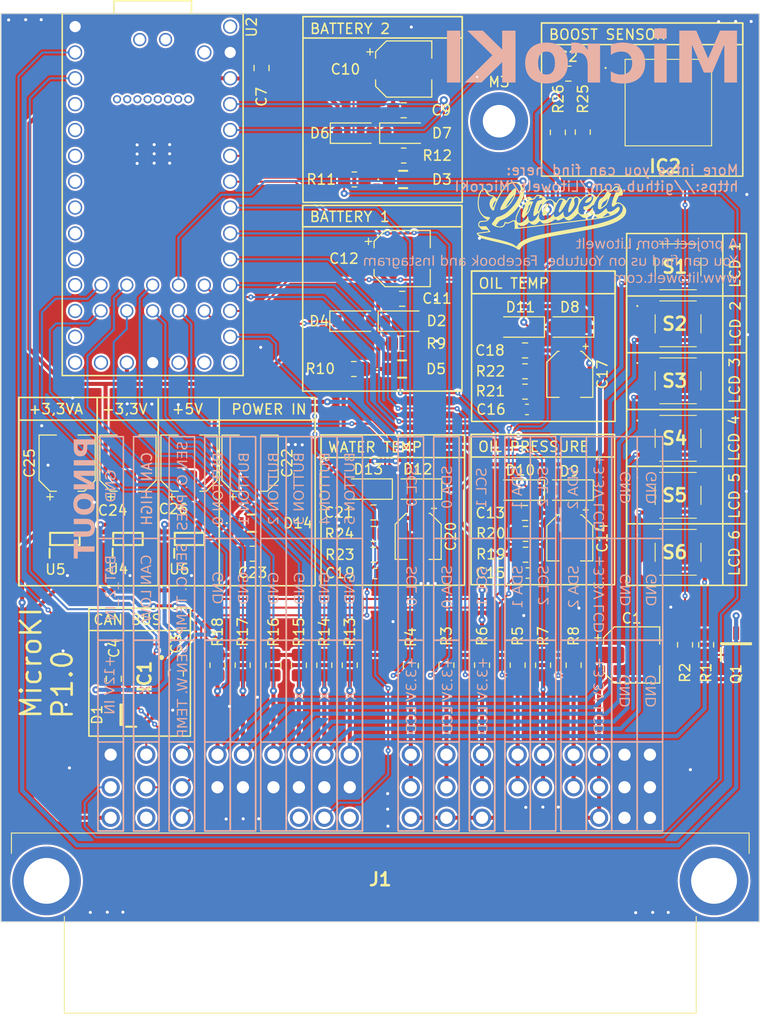
<source format=kicad_pcb>
(kicad_pcb (version 20221018) (generator pcbnew)
  (layers (0 "F.Cu" signal) (31 "B.Cu" signal) (34 "B.Paste" user) (35 "F.Paste" user) (36 "B.SilkS" user "B.Silkscreen") (37 "F.SilkS" user "F.Silkscreen") (38 "B.Mask" user) (39 "F.Mask" user) (44 "Edge.Cuts" user))
  (net 0 "")
  (net 1 "+3.3V")
  (net 2 "GND")
  (net 3 "+5V")
  (net 4 "+12V")
  (net 5 "LCD_3V3")
  (net 6 "CAN_H")
  (net 7 "CAN_L")
  (net 8 "MCU_CANRX")
  (net 9 "MCU_CANTX")
  (net 10 "Net-(Q1-Pad1)")
  (net 11 "LCD_ON")
  (net 12 "SDA0")
  (net 13 "SCL1")
  (net 14 "SDA1")
  (net 15 "SCL2")
  (net 16 "SDA2")
  (net 17 "VDO_OIL_TEMP")
  (net 18 "OIL_TEMP")
  (net 42 "BAT2_IN")
  (net 43 "BAT1")
  (net 44 "BAT2")
  (net 45 "BTN5")
  (net 46 "BTN4")
  (net 47 "BTN3")
  (net 48 "BTN2")
  (net 49 "BTN1")
  (net 50 "BTN0")
  (net 51 "SCL0")
  (net 52 "OIL_PRESS")
  (net 53 "VDO_OIL_PRESS")
  (net 54 "VDO_WATER_TEMP")
  (net 55 "WEATER_TEMP")
  (net 62 "Net-(IC2-VOUT)")
  (net 63 "+3.3VA")
  (net 74 "BOOST_SENSOR")
  (footprint "Capacitor_SMD:CP_Elec_5x5.4" (layer "F.Cu") (at 91.7 94.85 90)
    (fp_text reference "C26")
    (fp_text value "22uF")
  )
  (footprint "Capacitor_SMD:CP_Elec_5x5.4" (layer "F.Cu") (at 79.725 94.85 90)
    (fp_text reference "C25")
    (fp_text value "22uF")
  )
  (footprint "Capacitor_SMD:C_0603_1608Metric_Pad1.08x0.95mm_HandSolder" (layer "F.Cu") (at 124.975 105.65)
    (fp_text reference "C15")
    (fp_text value "10nF / 100V")
  )
  (footprint "Diode_SMD:D_SOD-123" (layer "F.Cu") (at 107.95 62.425)
    (fp_text reference "D6")
    (fp_text value "BAT43W-V")
  )
  (footprint "SamacSys_Parts:MPXH6115AC6U" (layer "F.Cu") (at 133.895 57.515 180)
    (fp_text reference "IC2")
    (fp_text value "MPXH6400AC6U" hide)
  )
  (footprint "teensy.pretty-master:Teensy40_SMT" (layer "F.Cu") (at 88.13 68.465 -90)
    (fp_text reference "U2")
    (fp_text value "Teensy4.0")
  )
  (footprint "Resistor_SMD:R_0805_2012Metric_Pad1.20x1.40mm_HandSolder" (layer "F.Cu") (at 105 114.7 -90)
    (fp_text reference "R14")
    (fp_text value "10k")
  )
  (footprint "Capacitor_SMD:CP_Elec_5x5.4" (layer "F.Cu") (at 112.8 56.125)
    (fp_text reference "C10")
    (fp_text value "22uF")
  )
  (footprint "Resistor_SMD:R_0805_2012Metric_Pad1.20x1.40mm_HandSolder" (layer "F.Cu") (at 107.95 66.975 180)
    (fp_text reference "R11")
    (fp_text value "5k")
  )
  (footprint "Resistor_SMD:R_0805_2012Metric_Pad1.20x1.40mm_HandSolder" (layer "F.Cu") (at 124.725 85.825 180)
    (fp_text reference "R22")
    (fp_text value "16k")
  )
  (footprint "Capacitor_SMD:CP_Elec_5x5.4" (layer "F.Cu") (at 97.7 94.85 90)
    (fp_text reference "C22")
    (fp_text value "22uF")
  )
  (footprint "Diode_SMD:D_SOD-123" (layer "F.Cu") (at 124.275 97.5 180)
    (fp_text reference "D10")
    (fp_text value "BAT43W-V")
  )
  (footprint "Resistor_SMD:R_0805_2012Metric_Pad1.20x1.40mm_HandSolder" (layer "F.Cu") (at 94.5 114.7 -90)
    (fp_text reference "R18")
    (fp_text value "10k")
  )
  (footprint "SamacSys_Parts:BD9xxN1WG-CTR" (layer "F.Cu") (at 79.2 102.4 90)
    (fp_text reference "U5")
    (fp_text value "BD933N1G-CTR")
  )
  (footprint "Capacitor_SMD:C_0805_2012Metric_Pad1.18x1.45mm_HandSolder" (layer "F.Cu") (at 98.83 56.0175 90)
    (fp_text reference "C7")
    (fp_text value "100nF")
  )
  (footprint "Resistor_SMD:R_0805_2012Metric_Pad1.20x1.40mm_HandSolder" (layer "F.Cu") (at 124 114.7 -90)
    (fp_text reference "R5")
    (fp_text value "10k")
  )
  (footprint "SamacSys_Parts:SOT95P237X112-3N" (layer "F.Cu") (at 145.475 112.6 90)
    (fp_text reference "Q1")
    (fp_text value "SI2302DDS-T1-BE3" hide)
  )
  (footprint "Capacitor_SMD:C_0805_2012Metric_Pad1.18x1.45mm_HandSolder" (layer "F.Cu") (at 109.825 99.7 180)
    (fp_text reference "C21")
    (fp_text value "100nF")
  )
  (footprint "Capacitor_SMD:CP_Elec_4x5.7" (layer "F.Cu") (at 114.225 102.05 -90)
    (fp_text reference "C20")
    (fp_text value "1uF")
  )
  (footprint "Diode_SMD:D_SOD-123" (layer "F.Cu") (at 114.175 97.4 180)
    (fp_text reference "D12")
    (fp_text value "BAT43W-V")
  )
  (footprint "Diode_SMD:D_SOD-123" (layer "F.Cu") (at 129.075 97.5 180)
    (fp_text reference "D9")
    (fp_text value "BAT43W-V")
  )
  (footprint "Capacitor_SMD:C_0805_2012Metric_Pad1.18x1.45mm_HandSolder" (layer "F.Cu") (at 112.8 60.175)
    (fp_text reference "C9")
    (fp_text value "100nF")
  )
  (footprint "Capacitor_SMD:C_0805_2012Metric_Pad1.18x1.45mm_HandSolder" (layer "F.Cu") (at 124.725 99.75 180)
    (fp_text reference "C13")
    (fp_text value "100nF")
  )
  (footprint "SamacSys_Parts:HPZRC20X" (layer "F.Cu") (at 97.8625 100.75)
    (fp_text reference "D14")
    (fp_text value "HPZR-C20X" hide)
  )
  (footprint "Resistor_SMD:R_0805_2012Metric_Pad1.20x1.40mm_HandSolder" (layer "F.Cu") (at 113.5 114.75 -90)
    (fp_text reference "R4")
    (fp_text value "10k")
  )
  (footprint "Resistor_SMD:R_0805_2012Metric_Pad1.20x1.40mm_HandSolder" (layer "F.Cu") (at 96.975 114.7 -90)
    (fp_text reference "R17")
    (fp_text value "10k")
  )
  (footprint "SamacSys_Parts:BD9xxN1WG-CTR" (layer "F.Cu") (at 85.4 102.4 90)
    (fp_text reference "U4")
    (fp_text value "BD933N1G-CTR")
  )
  (footprint "Resistor_SMD:R_0805_2012Metric_Pad1.20x1.40mm_HandSolder" (layer "F.Cu") (at 124.725 87.825 180)
    (fp_text reference "R21")
    (fp_text value "150")
  )
  (footprint "Resistor_SMD:R_0805_2012Metric_Pad1.20x1.40mm_HandSolder" (layer "F.Cu") (at 107.5 114.7 -90)
    (fp_text reference "R13")
    (fp_text value "10k")
  )
  (footprint "Diode_SMD:D_SOD-123" (layer "F.Cu") (at 112.8 62.425)
    (fp_text reference "D7")
    (fp_text value "BAT43W-V")
  )
  (footprint "Resistor_SMD:R_0805_2012Metric_Pad1.20x1.40mm_HandSolder" (layer "F.Cu") (at 142.525 112.7 -90)
    (fp_text reference "R1")
    (fp_text value "4,7K")
  )
  (footprint "Capacitor_SMD:C_0805_2012Metric_Pad1.18x1.45mm_HandSolder" (layer "F.Cu") (at 112.65 78.7)
    (fp_text reference "C11")
    (fp_text value "100nF")
  )
  (footprint "Resistor_SMD:R_0805_2012Metric_Pad1.20x1.40mm_HandSolder" (layer "F.Cu") (at 109.825 103.85 180)
    (fp_text reference "R23")
    (fp_text value "150")
  )
  (footprint "Diode_SMD:D_SOD-123" (layer "F.Cu") (at 129.125 81.475 180)
    (fp_text reference "D8")
    (fp_text value "BAT43W-V")
  )
  (footprint "Resistor_SMD:R_0805_2012Metric_Pad1.20x1.40mm_HandSolder" (layer "F.Cu") (at 120.5 114.7 -90)
    (fp_text reference "R6")
    (fp_text value "10k")
  )
  (footprint "Capacitor_SMD:C_0805_2012Metric_Pad1.18x1.45mm_HandSolder" (layer "F.Cu") (at 90.4125 115.525 -90)
    (fp_text reference "C3")
    (fp_text value "100nF")
  )
  (footprint "Resistor_SMD:R_0805_2012Metric_Pad1.20x1.40mm_HandSolder" (layer "F.Cu") (at 129.5 114.7 -90)
    (fp_text reference "R8")
    (fp_text value "10k")
  )
  (footprint "SamacSys_Parts:BD9xxN1WG-CTR" (layer "F.Cu") (at 91.45 102.4 90)
    (fp_text reference "U6")
    (fp_text value "BD950N1G-CTR")
  )
  (footprint "Diode_SMD:D_SOD-123" (layer "F.Cu") (at 107.9 80.9)
    (fp_text reference "D4")
    (fp_text value "BAT43W-V")
  )
  (footprint "Resistor_SMD:R_0805_2012Metric_Pad1.20x1.40mm_HandSolder" (layer "F.Cu") (at 124.775 101.8 180)
    (fp_text reference "R20")
    (fp_text value "16k")
  )
  (footprint "Capacitor_SMD:C_0603_1608Metric_Pad1.08x0.95mm_HandSolder" (layer "F.Cu") (at 110.025 105.7)
    (fp_text reference "C19")
    (fp_text value "10nF / 100V")
  )
  (footprint "Resistor_SMD:R_0805_2012Metric_Pad1.20x1.40mm_HandSolder" (layer "F.Cu") (at 107.9 85.6 180)
    (fp_text reference "R10")
    (fp_text value "5k")
  )
  (footprint "Resistor_SMD:R_0805_2012Metric_Pad1.20x1.40mm_HandSolder" (layer "F.Cu") (at 124.775 103.85 180)
    (fp_text reference "R19")
    (fp_text value "150")
  )
  (footprint "Capacitor_SMD:C_0805_2012Metric_Pad1.18x1.45mm_HandSolder" (layer "F.Cu") (at 124.725 83.775 180)
    (fp_text reference "C18")
    (fp_text value "100nF")
  )
  (footprint "Diode_SMD:D_SOD-123" (layer "F.Cu") (at 112.65 80.9)
    (fp_text reference "D2")
    (fp_text value "BAT43W-V")
  )
  (footprint "Capacitor_SMD:CP_Elec_4x5.7" (layer "F.Cu") (at 129.125 102.2 -90)
    (fp_text reference "C14")
    (fp_text value "1uF")
  )
  (footprint "Capacitor_SMD:C_0805_2012Metric_Pad1.18x1.45mm_HandSolder" (layer "F.Cu") (at 84.3125 116.0375 90)
    (fp_text reference "C4")
    (fp_text value "100nF")
  )
  (footprint "Resistor_SMD:R_0805_2012Metric_Pad1.20x1.40mm_HandSolder" (layer "F.Cu") (at 140.45 112.7 90)
    (fp_text reference "R2")
    (fp_text value "10k")
  )
  (footprint "SamacSys_Parts:PTS647SK38SMTR2LFS" (layer "F.Cu") (at 139.7625 81.1625)
    (fp_text reference "S2")
    (fp_text value "PTS647SK38SMTR2LFS" hide)
  )
  (footprint "Capacitor_SMD:C_0805_2012Metric_Pad1.18x1.45mm_HandSolder" (layer "F.Cu") (at 97.9625 103.75)
    (fp_text reference "C23")
    (fp_text value "100nF")
  )
  (footprint "Capacitor_SMD:CP_Elec_5x5.4" (layer "F.Cu") (at 135.2 113.7)
    (fp_text reference "C1")
    (fp_text value "22uF")
  )
  (footprint "Resistor_SMD:R_0805_2012Metric_Pad1.20x1.40mm_HandSolder" (layer "F.Cu") (at 117 114.7 -90)
    (fp_text reference "R3")
    (fp_text value "10k")
  )
  (footprint "SamacSys_Parts:PTS647SK38SMTR2LFS" (layer "F.Cu") (at 139.7625 98.0125)
    (fp_text reference "S5")
    (fp_text value "PTS647SK38SMTR2LFS" hide)
  )
  (footprint "Diode_SMD:D_SOD-123" (layer "F.Cu") (at 109.325 97.4 180)
    (fp_text reference "D13")
    (fp_text value "BAT43W-V")
  )
  (footprint "SamacSys_Parts:PTS647SK38SMTR2LFS" (layer "F.Cu") (at 139.7625 86.7625)
    (fp_text reference "S3")
    (fp_text value "PTS647SK38SMTR2LFS" hide)
  )
  (footprint "Resistor_SMD:R_0805_2012Metric_Pad1.20x1.40mm_HandSolder" (layer "F.Cu") (at 126.5 114.7 -90)
    (fp_text reference "R7")
    (fp_text value "10k")
  )
  (footprint "Resistor_SMD:R_0805_2012Metric_Pad1.20x1.40mm_HandSolder" (layer "F.Cu") (at 112.8 64.625 180)
    (fp_text reference "R12")
    (fp_text value "1k")
  )
  (footprint "Resistor_SMD:R_0805_2012Metric_Pad1.20x1.40mm_HandSolder" (layer "F.Cu") (at 130.4 62.325 90)
    (fp_text reference "R25")
    (fp_text value "10k")
  )
  (footprint "SamacSys_Parts:3163706" (layer "F.Cu") (at 84 123.5)
    (fp_text reference "J1")
    (fp_text value "316370-6" hide)
  )
  (footprint "Resistor_SMD:R_0805_2012Metric_Pad1.20x1.40mm_HandSolder" (layer "F.Cu") (at 112.65 83.1 180)
    (fp_text reference "R9")
    (fp_text value "1k")
  )
  (footprint "Diode_SMD:D_SOD-123" (layer "F.Cu") (at 124.275 81.475 180)
    (fp_text reference "D11")
    (fp_text value "BAT43W-V")
  )
  (footprint "SamacSys_Parts:PTS647SK38SMTR2LFS" (layer "F.Cu") (at 139.7625 103.6125)
    (fp_text reference "S6")
    (fp_text value "PTS647SK38SMTR2LFS" hide)
  )
  (footprint "SamacSys_Parts:PTS647SK38SMTR2LFS" (layer "F.Cu") (at 139.7625 75.5625)
    (fp_text reference "S1")
    (fp_text value "PTS647SK38SMTR2LFS" hide)
  )
  (footprint "Capacitor_SMD:CP_Elec_5x5.4" (layer "F.Cu") (at 85.7 94.85 90)
    (fp_text reference "C24")
    (fp_text value "22uF")
  )
  (footprint "Capacitor_SMD:CP_Elec_4x5.7" (layer "F.Cu") (at 129.125 86.125 -90)
    (fp_text reference "C17")
    (fp_text value "1uF")
  )
  (footprint "Capacitor_SMD:CP_Elec_5x5.4" (layer "F.Cu") (at 112.65 74.75)
    (fp_text reference "C12")
    (fp_text value "22uF")
  )
  (footprint "Resistor_SMD:R_0805_2012Metric_Pad1.20x1.40mm_HandSolder" (layer "F.Cu") (at 127.95 62.35 -90)
    (fp_text reference "R26")
    (fp_text value "10k")
  )
  (footprint "MicroKI:Litowelt" (layer "F.Cu") (at 127.325 70.55)
    (fp_text reference "G***" hide)
    (fp_text value "LOGO" hide)
  )
  (footprint "Capacitor_SMD:C_0603_1608Metric_Pad1.08x0.95mm_HandSolder" (layer "F.Cu") (at 124.9125 89.575)
    (fp_text reference "C16")
    (fp_text value "10nF / 100V")
  )
  (footprint "Resistor_SMD:R_0805_2012Metric_Pad1.20x1.40mm_HandSolder" (layer "F.Cu") (at 109.825 101.8 180)
    (fp_text reference "R24")
    (fp_text value "16k")
  )
  (footprint "MountingHole:MountingHole_3.2mm_M3_ISO7380_Pad_TopBottom" (layer "F.Cu") (at 122.175 61.25)
    (fp_text reference "M3")
    (fp_text value "MountingHole_3.2mm_M3_ISO7380_Pad_TopBottom")
  )
  (footprint "Resistor_SMD:R_0805_2012Metric_Pad1.20x1.40mm_HandSolder" (layer "F.Cu") (at 100 114.7 -90)
    (fp_text reference "R16")
    (fp_text value "10k")
  )
  (footprint "SamacSys_Parts:SON65P300X300X110-9N" (layer "F.Cu") (at 87.3375 115.825 -90)
    (fp_text reference "IC1")
    (fp_text value "TLT9251VLEXUMA1" hide)
  )
  (footprint "SamacSys_Parts:HPZRC20X" (layer "F.Cu") (at 112.75 66.975)
    (fp_text reference "D3")
    (fp_text value "HPZR-C20X" hide)
  )
  (footprint "SamacSys_Parts:HPZRC20X" (layer "F.Cu") (at 112.65 85.6)
    (fp_text reference "D5")
    (fp_text value "HPZR-C20X" hide)
  )
  (footprint "Resistor_SMD:R_0805_2012Metric_Pad1.20x1.40mm_HandSolder" (layer "F.Cu") (at 102.5 114.7 -90)
    (fp_text reference "R15")
    (fp_text value "10k")
  )
  (footprint "SamacSys_Parts:SOT65P210X110-3N" (layer "F.Cu") (at 85.0625 119.575 180)
    (fp_text reference "D1")
    (fp_text value "PESD2CANFD27L-UX" hide)
  )
  (footprint "Capacitor_SMD:C_0805_2012Metric_Pad1.18x1.45mm_HandSolder" (layer "F.Cu") (at 128.9875 56.575 180)
    (fp_text reference "C2")
    (fp_text value "100nF")
  )
  (footprint "SamacSys_Parts:PTS647SK38SMTR2LFS" (layer "F.Cu") (at 139.7625 92.4125)
    (fp_text reference "S4")
    (fp_text value "PTS647SK38SMTR2LFS" hide)
  )
  (gr_rect (start 135.75 112.25) (end 138.25 122.25) (stroke (width 0.15)) (fill none) (layer "B.SilkS"))
  (gr_rect (start 82.75 122.25) (end 85.25 131) (stroke (width 0.15)) (fill none) (layer "B.SilkS"))
  (gr_rect (start 86.25 122.25) (end 88.75 131) (stroke (width 0.15)) (fill none) (layer "B.SilkS"))
  (gr_rect (start 95.75 122.25) (end 98.25 131) (stroke (width 0.15)) (fill none) (layer "B.SilkS"))
  (gr_rect (start 106.25 92.25) (end 108.75 131) (stroke (width 0.15)) (fill none) (layer "B.SilkS"))
  (gr_rect (start 93.25 102.25) (end 95.75 112.25) (stroke (width 0.15)) (fill none) (layer "B.SilkS"))
  (gr_rect (start 112.25 92.25) (end 114.75 131) (stroke (width 0.15)) (fill none) (layer "B.SilkS"))
  (gr_rect (start 101.25 92.25) (end 103.75 131) (stroke (width 0.15)) (fill none) (layer "B.SilkS"))
  (gr_rect (start 86.25 92.25) (end 88.75 131) (stroke (width 0.15)) (fill none) (layer "B.SilkS"))
  (gr_rect (start 115.75 122.25) (end 118.25 131) (stroke (width 0.15)) (fill none) (layer "B.SilkS"))
  (gr_rect (start 95.75 112.25) (end 98.25 122.25) (stroke (width 0.15)) (fill none) (layer "B.SilkS"))
  (gr_rect (start 86.25 102.25) (end 88.75 112.25) (stroke (width 0.15)) (fill none) (layer "B.SilkS"))
  (gr_rect (start 119.25 92.25) (end 121.75 131) (stroke (width 0.15)) (fill none) (layer "B.SilkS"))
  (gr_rect (start 101.25 102.25) (end 103.75 112.25) (stroke (width 0.15)) (fill none) (layer "B.SilkS"))
  (gr_rect (start 130.75 112.25) (end 133.25 122.25) (stroke (width 0.15)) (fill none) (layer "B.SilkS"))
  (gr_rect (start 93.25 92.25) (end 95.75 131) (stroke (width 0.15)) (fill none) (layer "B.SilkS"))
  (gr_rect (start 128.25 92.25) (end 130.75 131) (stroke (width 0.15)) (fill none) (layer "B.SilkS"))
  (gr_rect (start 103.75 122.25) (end 106.25 131) (stroke (width 0.15)) (fill none) (layer "B.SilkS"))
  (gr_rect (start 93.25 112.25) (end 95.75 122.25) (stroke (width 0.15)) (fill none) (layer "B.SilkS"))
  (gr_rect (start 98.75 92.25) (end 101.25 131) (stroke (width 0.15)) (fill none) (layer "B.SilkS"))
  (gr_rect (start 115.75 112.25) (end 118.25 122.25) (stroke (width 0.15)) (fill none) (layer "B.SilkS"))
  (gr_rect (start 103.75 112.25) (end 106.25 122.25) (stroke (width 0.15)) (fill none) (layer "B.SilkS"))
  (gr_rect (start 98.75 112.25) (end 101.25 122.25) (stroke (width 0.15)) (fill none) (layer "B.SilkS"))
  (gr_rect (start 135.75 92.25) (end 138.25 131) (stroke (width 0.15)) (fill none) (layer "B.SilkS"))
  (gr_rect (start 106.25 122.25) (end 108.75 131) (stroke (width 0.15)) (fill none) (layer "B.SilkS"))
  (gr_rect (start 135.75 122.25) (end 138.25 131) (stroke (width 0.15)) (fill none) (layer "B.SilkS"))
  (gr_rect (start 98.75 122.25) (end 101.25 131) (stroke (width 0.15)) (fill none) (layer "B.SilkS"))
  (gr_rect (start 101.25 112.25) (end 103.75 122.25) (stroke (width 0.15)) (fill none) (layer "B.SilkS"))
  (gr_rect (start 133.25 92.25) (end 135.75 131) (stroke (width 0.15)) (fill none) (layer "B.SilkS"))
  (gr_rect (start 89.75 112.25) (end 92.25 122.25) (stroke (width 0.15)) (fill none) (layer "B.SilkS"))
  (gr_rect (start 82.75 92.25) (end 85.25 131) (stroke (width 0.15)) (fill none) (layer "B.SilkS"))
  (gr_rect (start 112.25 112.25) (end 114.75 122.25) (stroke (width 0.15)) (fill none) (layer "B.SilkS"))
  (gr_rect (start 133.25 122.25) (end 135.75 131) (stroke (width 0.15)) (fill none) (layer "B.SilkS"))
  (gr_rect (start 133.25 102.25) (end 135.75 112.25) (stroke (width 0.15)) (fill none) (layer "B.SilkS"))
  (gr_rect (start 133.25 112.25) (end 135.75 122.25) (stroke (width 0.15)) (fill none) (layer "B.SilkS"))
  (gr_rect (start 89.75 102.25) (end 92.25 112.25) (stroke (width 0.15)) (fill none) (layer "B.SilkS"))
  (gr_rect (start 130.75 92.25) (end 133.25 131) (stroke (width 0.15)) (fill none) (layer "B.SilkS"))
  (gr_rect (start 115.75 102.25) (end 118.25 112.25) (stroke (width 0.15)) (fill none) (layer "B.SilkS"))
  (gr_rect (start 122.75 122.25) (end 125.25 131) (stroke (width 0.15)) (fill none) (layer "B.SilkS"))
  (gr_rect (start 106.25 102.25) (end 108.75 112.25) (stroke (width 0.15)) (fill none) (layer "B.SilkS"))
  (gr_rect (start 82.75 112.25) (end 85.25 122.25) (stroke (width 0.15)) (fill none) (layer "B.SilkS"))
  (gr_rect (start 119.25 112.25) (end 121.75 122.25) (stroke (width 0.15)) (fill none) (layer "B.SilkS"))
  (gr_rect (start 82.75 102.25) (end 85.25 112.25) (stroke (width 0.15)) (fill none) (layer "B.SilkS"))
  (gr_rect (start 122.75 112.25) (end 125.25 122.25) (stroke (width 0.15)) (fill none) (layer "B.SilkS"))
  (gr_rect (start 101.25 122.25) (end 103.75 131) (stroke (width 0.15)) (fill none) (layer "B.SilkS"))
  (gr_rect (start 112.25 122.25) (end 114.75 131) (stroke (width 0.15)) (fill none) (layer "B.SilkS"))
  (gr_rect (start 98.75 102.25) (end 101.25 112.25) (stroke (width 0.15)) (fill none) (layer "B.SilkS"))
  (gr_rect (start 125.25 92.25) (end 127.75 131) (stroke (width 0.15)) (fill none) (layer "B.SilkS"))
  (gr_rect (start 95.75 102.25) (end 98.25 112.25) (stroke (width 0.15)) (fill none) (layer "B.SilkS"))
  (gr_rect (start 119.25 122.25) (end 121.75 131) (stroke (width 0.15)) (fill none) (layer "B.SilkS"))
  (gr_rect (start 128.25 112.25) (end 130.75 122.25) (stroke (width 0.15)) (fill none) (layer "B.SilkS"))
  (gr_rect (start 135.75 102.25) (end 138.25 112.25) (stroke (width 0.15)) (fill none) (layer "B.SilkS"))
  (gr_rect (start 103.75 102.25) (end 106.25 112.25) (stroke (width 0.15)) (fill none) (layer "B.SilkS"))
  (gr_rect (start 93.25 122.25) (end 95.75 131) (stroke (width 0.15)) (fill none) (layer "B.SilkS"))
  (gr_rect (start 86.25 112.25) (end 88.75 122.25) (stroke (width 0.15)) (fill none) (layer "B.SilkS"))
  (gr_rect (start 95.75 92.25) (end 98.25 131) (stroke (width 0.15)) (fill none) (layer "B.SilkS"))
  (gr_rect (start 89.75 122.25) (end 92.25 131) (stroke (width 0.15)) (fill none) (layer "B.SilkS"))
  (gr_rect (start 122.75 92.25) (end 125.25 131) (stroke (width 0.15)) (fill none) (layer "B.SilkS"))
  (gr_rect (start 112.25 102.25) (end 114.75 112.25) (stroke (width 0.15)) (fill none) (layer "B.SilkS"))
  (gr_rect (start 125.25 102.25) (end 127.75 112.25) (stroke (width 0.15)) (fill none) (layer "B.SilkS"))
  (gr_rect (start 130.75 102.25) (end 133.25 112.25) (stroke (width 0.15)) (fill none) (layer "B.SilkS"))
  (gr_rect (start 106.25 112.25) (end 108.75 122.25) (stroke (width 0.15)) (fill none) (layer "B.SilkS"))
  (gr_rect (start 89.75 92.25) (end 92.25 131) (stroke (width 0.15)) (fill none) (layer "B.SilkS"))
  (gr_rect (start 115.75 92.25) (end 118.25 131) (stroke (width 0.15)) (fill none) (layer "B.SilkS"))
  (gr_rect (start 125.25 122.25) (end 127.75 131) (stroke (width 0.15)) (fill none) (layer "B.SilkS"))
  (gr_rect (start 128.25 122.25) (end 130.75 131) (stroke (width 0.15)) (fill none) (layer "B.SilkS"))
  (gr_rect (start 125.25 112.25) (end 127.75 122.25) (stroke (width 0.15)) (fill none) (layer "B.SilkS"))
  (gr_rect (start 130.75 122.25) (end 133.25 131) (stroke (width 0.15)) (fill none) (layer "B.SilkS"))
  (gr_rect (start 122.75 102.25) (end 125.25 112.25) (stroke (width 0.15)) (fill none) (layer "B.SilkS"))
  (gr_rect (start 103.75 92.25) (end 106.25 131) (stroke (width 0.15)) (fill none) (layer "B.SilkS"))
  (gr_rect (start 128.25 102.25) (end 130.75 112.25) (stroke (width 0.15)) (fill none) (layer "B.SilkS"))
  (gr_rect (start 119.25 102.25) (end 121.75 112.25) (stroke (width 0.15)) (fill none) (layer "B.SilkS"))
  (gr_rect (start 81.8625 109.1) (end 91.8375 121.675) (stroke (width 0.15)) (fill none) (layer "F.SilkS"))
  (gr_rect (start 119.425 92.025) (end 133.525 94.25) (stroke (width 0.15)) (fill none) (layer "F.SilkS"))
  (gr_rect (start 74.975 88.4) (end 104.1 90.625) (stroke (width 0.15)) (fill none) (layer "F.SilkS"))
  (gr_rect (start 119.425 92.025) (end 133.525 106.8) (stroke (width 0.15)) (fill none) (layer "F.SilkS"))
  (gr_rect (start 104.675 92.075) (end 118.775 106.85) (stroke (width 0.15)) (fill none) (layer "F.SilkS"))
  (gr_rect (start 81.8625 109.1) (end 91.8375 111.3) (stroke (width 0.15)) (fill none) (layer "F.SilkS"))
  (gr_rect (start 134.7125 100.8125) (end 146.4875 106.8625) (stroke (width 0.15)) (fill none) (layer "F.SilkS"))
  (gr_rect (start 102.9 50.975) (end 118.55 53.075) (stroke (width 0.15)) (fill none) (layer "F.SilkS"))
  (gr_rect (start 126.35 51.6) (end 146.125 66.65) (stroke (width 0.15)) (fill none) (layer "F.SilkS"))
  (gr_rect (start 102.875 69.525) (end 118.525 87.775) (stroke (width 0.15)) (fill none) (layer "F.SilkS"))
  (gr_rect (start 119.475 75.975) (end 133.575 78.2) (stroke (width 0.15)) (fill none) (layer "F.SilkS"))
  (gr_rect (start 74.975 88.4) (end 82.675 106.9) (stroke (width 0.15)) (fill none) (layer "F.SilkS"))
  (gr_rect (start 134.7125 78.425) (end 146.4875 84) (stroke (width 0.15)) (fill none) (layer "F.SilkS"))
  (gr_rect (start 74.975 88.4) (end 104.1 106.9) (stroke (width 0.15)) (fill none) (layer "F.SilkS"))
  (gr_rect (start 126.35 51.6) (end 146.125 53.725) (stroke (width 0.15)) (fill none) (layer "F.SilkS"))
  (gr_rect (start 134.7125 84) (end 146.4875 89.575) (stroke (width 0.15)) (fill none) (layer "F.SilkS"))
  (gr_rect (start 102.9 50.975) (end 118.55 69.225) (stroke (width 0.15)) (fill none) (layer "F.SilkS"))
  (gr_rect (start 134.7125 95.1625) (end 146.4875 100.8125) (stroke (width 0.15)) (fill none) (layer "F.SilkS"))
  (gr_rect (start 119.475 75.975) (end 133.575 90.75) (stroke (width 0.15)) (fill none) (layer "F.SilkS"))
  (gr_rect (start 144.1625 72.2875) (end 146.4875 106.8625) (stroke (width 0.15)) (fill none) (layer "F.SilkS"))
  (gr_rect (start 104.675 92.075) (end 118.775 94.3) (stroke (width 0.15)) (fill none) (layer "F.SilkS"))
  (gr_rect (start 134.7125 72.2875) (end 146.4875 106.8625) (stroke (width 0.15)) (fill none) (layer "F.SilkS"))
  (gr_rect (start 82.675 88.4) (end 88.675 106.9) (stroke (width 0.15)) (fill none) (layer "F.SilkS"))
  (gr_rect (start 102.875 69.525) (end 118.525 71.625) (stroke (width 0.15)) (fill none) (layer "F.SilkS"))
  (gr_rect (start 88.675 88.4) (end 94.675 106.9) (stroke (width 0.15)) (fill none) (layer "F.SilkS"))
  (gr_rect (start 134.7125 89.5875) (end 146.4875 95.1625) (stroke (width 0.15)) (fill none) (layer "F.SilkS"))
  (gr_rect (start 73.225 50.675) (end 147.75 139.925) (stroke (width 0.1)) (fill none) (layer "Edge.Cuts"))
  (gr_text "+3.3V LCD" (at 132.65 103.9 90) (layer "B.SilkS") (effects (font (size 1 1)) (justify left bottom mirror)))
  (gr_text "X" (at 103.2 117.25 90) (layer "B.SilkS") (effects (font (size 1 1)) (justify left bottom mirror)))
  (gr_text "A project from Litowelt\nYou can find us on Youtube, Facebook and Instagram\nwww.litowelt.com" (at 145.65 77.3) (layer "B.SilkS") (effects (font (size 1 1)) (justify left bottom mirror)))
  (gr_text "+3.3V LCD" (at 121.2 113.9 90) (layer "B.SilkS") (effects (font (size 1 1)) (justify left bottom mirror)))
  (gr_text "GND" (at 135.25 95.65 90) (layer "B.SilkS") (effects (font (size 1 1)) (justify left bottom mirror)))
  (gr_text "GND" (at 137.8 95.65 90) (layer "B.SilkS") (effects (font (size 1 1)) (justify left bottom mirror)))
  (gr_text "MicroKI" (at 146.2 58.3) (layer "B.SilkS") (effects (font (size 5 5) (thickness 0.3) bold) (justify left bottom mirror)))
  (gr_text "BUTTON 4" (at 105.7 93.8 90) (layer "B.SilkS") (effects (font (size 1 1)) (justify left bottom mirror)))
  (gr_text "GND" (at 105.65 105.55 90) (layer "B.SilkS") (effects (font (size 1 1)) (justify left bottom mirror)))
  (gr_text "SCL 2" (at 127.15 95.2 90) (layer "B.SilkS") (effects (font (size 1 1)) (justify left bottom mirror)))
  (gr_text "SEN O. TEMP" (at 91.65 102.7 90) (layer "B.SilkS") (effects (font (size 1 1)) (justify left bottom mirror)))
  (gr_text "+3.3V LCD" (at 114.2 113.9 90) (layer "B.SilkS") (effects (font (size 1 1)) (justify left bottom mirror)))
  (gr_text "GND" (at 84.65 95.5 90) (layer "B.SilkS") (effects (font (size 1 1)) (justify left bottom mirror)))
  (gr_text "X" (at 108.25 117.25 90) (layer "B.SilkS") (effects (font (size 1 1)) (justify left bottom mirror)))
  (gr_text "GND" (at 103.2 105.55 90) (layer "B.SilkS") (effects (font (size 1 1)) (justify left bottom mirror)))
  (gr_text "+3.3V LCD" (at 117.75 113.9 90) (layer "B.SilkS") (effects (font (size 1 1)) (justify left bottom mirror)))
  (gr_text "SDA 1" (at 124.65 104.9 90) (layer "B.SilkS") (effects (font (size 1 1)) (justify left bottom mirror)))
  (gr_text "+3.3V LCD" (at 132.65 113.9 90) (layer "B.SilkS") (effects (font (size 1 1)) (justify left bottom mirror)))
  (gr_text "GND" (at 97.7 105.55 90) (layer "B.SilkS") (effects (font (size 1 1)) (justify left bottom mirror)))
  (gr_text "+12V IN" (at 84.55 113.75 90) (layer "B.SilkS") (effects (font (size 1 1)) (justify left bottom mirror)))
  (gr_text "BUTTON 3" (at 103.15 93.8 90) (layer "B.SilkS") (effects (font (size 1 1)) (justify left bottom mirror)))
  (gr_text "SDA 2" (at 130.1 95.2 90) (layer "B.SilkS") (effects (font (size 1 1)) (justify left bottom mirror)))
  (gr_text "GND" (at 95.2 105.5 90) (layer "B.SilkS") (effects (font (size 1 1)) (justify left bottom mirror)))
  (gr_text "GND" (at 137.8 105.7 90) (layer "B.SilkS") (effects (font (size 1 1)) (justify left bottom mirror)))
  (gr_text "BUTTON 5" (at 108.15 93.8 90) (layer "B.SilkS") (effects (font (size 1 1)) (justify left bottom mirror)))
  (gr_text "X" (at 88.1 116.6 90) (layer "B.SilkS") (effects (font (size 1 1)) (justify left bottom mirror)))
  (gr_text "+3.3V LCD" (at 132.65 93.95 90) (layer "B.SilkS") (effects (font (size 1 1)) (justify left bottom mirror)))
  (gr_text "GND" (at 108.15 105.55 90) (layer "B.SilkS") (effects (font (size 1 1)) (justify left bottom mirror)))
  (gr_text "SDA 0" (at 117.7 95.1 90) (layer "B.SilkS") (effects (font (size 1 1)) (justify left bottom mirror)))
  (gr_text "SCL 1" (at 121.15 105 90) (layer "B.SilkS") (effects (font (size 1 1)) (justify left bottom mirror)))
  (gr_text "PINOUT" (at 82.75 92.25 90) (layer "B.SilkS") (effects (font (size 2 2)) (justify left bottom mirror)))
  (gr_text "X" (at 105.7 117.25 90) (layer "B.SilkS") (effects (font (size 1 1)) (justify left bottom mirror)))
  (gr_text "GND" (at 135.25 105.7 90) (layer "B.SilkS") (effects (font (size 1 1)) (justify left bottom mirror)))
  (gr_text "GND" (at 135.2 115.65 90) (layer "B.SilkS") (effects (font (size 1 1)) (justify left bottom mirror)))
  (gr_text "SCL 1" (at 121.1 95.3 90) (layer "B.SilkS") (effects (font (size 1 1)) (justify left bottom mirror)))
  (gr_text "GND" (at 100.65 105.55 90) (layer "B.SilkS") (effects (font (size 1 1)) (justify left bottom mirror)))
  (gr_text "SDA 2" (at 130.15 104.9 90) (layer "B.SilkS") (effects (font (size 1 1)) (justify left bottom mirror)))
  (gr_text "SDA 0" (at 117.7 104.9 90) (layer "B.SilkS") (effects (font (size 1 1)) (justify left bottom mirror)))
  (gr_text "BUTTON 2" (at 100.65 93.8 90) (layer "B.SilkS") (effects (font (size 1 1)) (justify left bottom mirror)))
  (gr_text "BUTTON 0" (at 95.2 93.8 90) (layer "B.SilkS") (effects (font (size 1 1)) (justify left bottom mirror)))
  (gr_text "BAT_2_IN" (at 84.65 103.9 90) (layer "B.SilkS") (effects (font (size 1 1)) (justify left bottom mirror)))
  (gr_text "GND" (at 137.75 115.65 90) (layer "B.SilkS") (effects (font (size 1 1)) (justify left bottom mirror)))
  (gr_text "CAN HIGH" (at 88.15 93.65 90) (layer "B.SilkS") (effects (font (size 1 1)) (justify left bottom mirror)))
  (gr_text "BUTTON 1" (at 97.75 93.8 90) (layer "B.SilkS") (effects (font (size 1 1)) (justify left bottom mirror)))
  (gr_text "SCL 0" (at 114.25 104.95 90) (layer "B.SilkS") (effects (font (size 1 1)) (justify left bottom mirror)))
  (gr_text "SCL 2" (at 127.2 104.9 90) (layer "B.SilkS") (effects (font (size 1 1)) (justify left bottom mirror)))
  (gr_text "More infos you can find here:\nhttps://github.com/Litowelt/MicroKI" (at 145.8 68.25) (layer "B.SilkS") (effects (font (size 1 1)) (justify left bottom mirror)))
  (gr_text "SEN O. PRES" (at 91.7 92.7 90) (layer "B.SilkS") (effects (font (size 1 1)) (justify left bottom mirror)))
  (gr_text "CAN LOW" (at 88.15 103.85 90) (layer "B.SilkS") (effects (font (size 1 1)) (justify left bottom mirror)))
  (gr_text "SDA 1" (at 124.6 95.2 90) (layer "B.SilkS") (effects (font (size 1 1)) (justify left bottom mirror)))
  (gr_text "SEN W. TEMP" (at 91.7 112.65 90) (layer "B.SilkS") (effects (font (size 1 1)) (justify left bottom mirror)))
  (gr_text "SCL 0" (at 114.25 95.15 90) (layer "B.SilkS") (effects (font (size 1 1)) (justify left bottom mirror)))
  (gr_text "BATTERY 1" (at 103.475 71.225) (layer "F.SilkS") (effects (font (size 1 1)) (justify left bottom)))
  (gr_text "POWER IN" (at 95.775 90.15) (layer "F.SilkS") (effects (font (size 1 1)) (justify left bottom)))
  (gr_text "BOOST SENSOR" (at 126.975 53.325) (layer "F.SilkS") (effects (font (size 1 1)) (justify left bottom)))
  (gr_text "+3,3VA" (at 75.85 90.125) (layer "F.SilkS") (effects (font (size 1 1)) (justify left bottom)))
  (gr_text "BATTERY 2" (at 103.5 52.75) (layer "F.SilkS") (effects (font (size 1 1)) (justify left bottom)))
  (gr_text "CAN BUS" (at 82.2125 110.825) (layer "F.SilkS") (effects (font (size 1 1)) (justify left bottom)))
  (gr_text "+3,3V" (at 83.05 90.125) (layer "F.SilkS") (effects (font (size 1 1)) (justify left bottom)))
  (gr_text "LCD 5" (at 145.8875 100.4125 90) (layer "F.SilkS") (effects (font (size 1 1)) (justify left bottom)))
  (gr_text "LCD 6" (at 145.8875 106.0375 90) (layer "F.SilkS") (effects (font (size 1 1)) (justify left bottom)))
  (gr_text "LCD 2" (at 145.9875 83.5375 90) (layer "F.SilkS") (effects (font (size 1 1)) (justify left bottom)))
  (gr_text "MicroKI" (at 77.35 120.125 90) (layer "F.SilkS") (effects (font (size 2 2) (thickness 0.25)) (justify left bottom)))
  (gr_text "LCD 4" (at 145.8625 94.7625 90) (layer "F.SilkS") (effects (font (size 1 1)) (justify left bottom)))
  (gr_text "WATER TEMP" (at 105.275 93.875) (layer "F.SilkS") (effects (font (size 1 1)) (justify left bottom)))
  (gr_text "OIL TEMP" (at 120.075 77.775) (layer "F.SilkS") (effects (font (size 1 1)) (justify left bottom)))
  (gr_text "LCD 3" (at 145.9125 89.0875 90) (layer "F.SilkS") (effects (font (size 1 1)) (justify left bottom)))
  (gr_text "+5V" (at 89.925 90.125) (layer "F.SilkS") (effects (font (size 1 1)) (justify left bottom)))
  (gr_text "LCD 1" (at 145.9625 77.7125 90) (layer "F.SilkS") (effects (font (size 1 1)) (justify left bottom)))
  (gr_text "P1.0" (at 80.425 120.15 90) (layer "F.SilkS") (effects (font (size 2 2) (thickness 0.25)) (justify left bottom)))
  (gr_text "OIL PRESSURE" (at 120.025 93.825) (layer "F.SilkS") (effects (font (size 1 1)) (justify left bottom)))
  (segment (start 111.275 123.1) (end 111.275 116.975) (width 0.2) (layer "F.Cu") (net 0))
  (segment (start 104.075 92) (end 104.075 90.275) (width 0.2) (layer "F.Cu") (net 0))
  (segment (start 104.075 90.275) (end 104.05 90.25) (width 0.2) (layer "F.Cu") (net 0))
  (via (at 104.05 90.25) (size 0.5) (drill 0.2) (layers "F.Cu" "B.Cu") (net 0))
  (via (at 104.075 92) (size 0.5) (drill 0.2) (layers "F.Cu" "B.Cu") (net 0))
  (via (at 111.275 116.975) (size 0.5) (drill 0.2) (layers "F.Cu" "B.Cu") (net 0))
  (via (at 111.275 123.1) (size 0.5) (drill 0.2) (layers "F.Cu" "B.Cu") (net 0))
  (segment (start 110 112.85) (end 110 99.6) (width 0.2) (layer "B.Cu") (net 0))
  (segment (start 100.25 83.1) (end 99.585 82.435) (width 0.2) (layer "B.Cu") (net 0))
  (segment (start 104.975 94.575) (end 104.075 93.675) (width 0.2) (layer "B.Cu") (net 0))
  (segment (start 108.35 97.95) (end 104.975 94.575) (width 0.2) (layer "B.Cu") (net 0))
  (segment (start 106.475 128.225) (end 108.5 128.225) (width 0.2) (layer "B.Cu") (net 0))
  (segment (start 100.25 84.7) (end 100.25 83.1) (width 0.2) (layer "B.Cu") (net 0))
  (segment (start 99.585 82.435) (end 95.75 82.435) (width 0.2) (layer "B.Cu") (net 0))
  (segment (start 111.275 125.45) (end 111.275 123.1) (width 0.2) (layer "B.Cu") (net 0))
  (segment (start 104.075 93.675) (end 104.075 92) (width 0.2) (layer "B.Cu") (net 0))
  (segment (start 104.05 90.25) (end 104.05 88.5) (width 0.2) (layer "B.Cu") (net 0))
  (segment (start 111.275 116.975) (end 110 115.7) (width 0.2) (layer "B.Cu") (net 0))
  (segment (start 104.05 88.5) (end 100.25 84.7) (width 0.2) (layer "B.Cu") (net 0))
  (segment (start 108.5 128.225) (end 111.275 125.45) (width 0.2) (layer "B.Cu") (net 0))
  (segment (start 110 99.6) (end 108.35 97.95) (width 0.2) (layer "B.Cu") (net 0))
  (segment (start 105 129.7) (end 106.475 128.225) (width 0.2) (layer "B.Cu") (net 0))
  (segment (start 110 115.7) (end 110 112.85) (width 0.2) (layer "B.Cu") (net 0))
  (segment (start 115.825 97.4) (end 118.425 97.4) (width 0.4) (layer "F.Cu") (net 1))
  (segment (start 112.075 94.55) (end 112 94.625) (width 0.4) (layer "F.Cu") (net 1))
  (segment (start 115.825 97.4) (end 115.825 95.875) (width 0.4) (layer "F.Cu") (net 1))
  (segment (start 106.575 94.65) (end 104.925 96.3) (width 0.4) (layer "F.Cu") (net 1))
  (segment (start 85.7 97.05) (end 85.7 98.925) (width 0.4) (layer "F.Cu") (net 1))
  (segment (start 83 100.9) (end 84.75 100.9) (width 0.4) (layer "F.Cu") (net 1))
  (segment (start 120.5 113.7) (end 120.5 110.25) (width 0.4) (layer "F.Cu") (net 1))
  (segment (start 104.925 96.3) (end 104.925 102.65) (width 0.4) (layer "F.Cu") (net 1))
  (segment (start 79.15 58.3) (end 76 61.45) (width 0.4) (layer "F.Cu") (net 1))
  (segment (start 94.5 113.7) (end 94.5 112.225) (width 0.4) (layer "F.Cu") (net 1))
  (segment (start 132.075 82.125) (end 131.425 81.475) (width 0.4) (layer "F.Cu") (net 1))
  (segment (start 113.5 113.75) (end 116.95 113.75) (width 0.4) (layer "F.Cu") (net 1))
  (segment (start 120.85 94.975) (end 130.725 94.975) (width 0.4) (layer "F.Cu") (net 1))
  (segment (start 83.5 96.525) (end 83.5 87.065) (width 0.4) (layer "F.Cu") (net 1))
  (segment (start 85.5 117.275) (end 85.3 117.075) (width 0.2) (layer "F.Cu") (net 1))
  (segment (start 98.83 57.055) (end 95.77 57.055) (width 0.4) (layer "F.Cu") (net 1))
  (segment (start 120.5 113.7) (end 124 113.7) (width 0.4) (layer "F.Cu") (net 1))
  (segment (start 120.5 104.95) (end 121.6 103.85) (width 0.4) (layer "F.Cu") (net 1))
  (segment (start 130.725 94.975) (end 132.075 93.625) (width 0.4) (layer "F.Cu") (net 1))
  (segment (start 79.44 87.065) (end 83.5 87.065) (width 0.4) (layer "F.Cu") (net 1))
  (segment (start 98.26 87.065) (end 85.6 87.065) (width 0.4) (layer "F.Cu") (net 1))
  (segment (start 96.975 113.7) (end 100 113.7) (width 0.4) (layer "F.Cu") (net 1))
  (segment (start 84.2625 117.125) (end 84.3125 117.075) (width 0.4) (layer "F.Cu") (net 1))
  (segment (start 131.425 81.475) (end 130.775 81.475) (width 0.4) (layer "F.Cu") (net 1))
  (segment (start 85.7 97.05) (end 84.025 97.05) (width 0.4) (layer "F.Cu") (net 1))
  (segment (start 85.7 98.925) (end 84.75 99.875) (width 0.4) (layer "F.Cu") (net 1))
  (segment (start 94.5 112.225) (end 93.975 111.7) (width 0.4) (layer "F.Cu") (net 1))
  (segment (start 118.425 97.4) (end 120.85 94.975) (width 0.4) (layer "F.Cu") (net 1))
  (segment (start 132.075 93.625) (end 132.075 82.125) (width 0.4) (layer "F.Cu") (net 1))
  (segment (start 121.6 103.85) (end 118.425 100.675) (width 0.4) (layer "F.Cu") (net 1))
  (segment (start 103.63 57.055) (end 98.83 57.055) (width 0.4) (layer "F.Cu") (net 1))
  (segment (start 90.35 108.925) (end 88.225 108.925) (width 0.4) (layer "F.Cu") (net 1))
  (segment (start 84.75 99.875) (end 84.75 100.9) (width 0.4) (layer "F.Cu") (net 1))
  (segment (start 130.725 97.5) (end 130.725 94.975) (width 0.4) (layer "F.Cu") (net 1))
  (segment (start 85.59 84.975) (end 85.59 87.055) (width 0.4) (layer "F.Cu") (net 1))
  (segment (start 85.6 87.065) (end 83.5 87.065) (width 0.4) (layer "F.Cu") (net 1))
  (segment (start 95.77 57.055) (end 95.75 57.035) (width 0.4) (layer "F.Cu") (net 1))
  (segment (start 82.55 117.125) (end 84.2625 117.125) (width 0.4) (layer "F.Cu") (net 1))
  (segment (start 102.5 113.7) (end 105 113.7) (width 0.4) (layer "F.Cu") (net 1))
  (segment (start 104.425 80.9) (end 98.26 87.065) (width 0.4) (layer "F.Cu") (net 1))
  (segment (start 106.3 62.425) (end 106.3 59.725) (width 0.4) (layer "F.Cu") (net 1))
  (segment (start 76 61.45) (end 76 83.625) (width 0.4) (layer "F.Cu") (net 1))
  (segment (start 88.225 108.925) (end 88.2 108.95) (width 0.4) (layer "F.Cu") (net 1))
  (segment (start 85.3 117.075) (end 84.3125 117.075) (width 0.2) (layer "F.Cu") (net 1))
  (segment (start 118.425 100.675) (end 118.425 97.4) (width 0.4) (layer "F.Cu") (net 1))
  (segment (start 107.5 113.7) (end 113.45 113.7) (width 0.4) (layer "F.Cu") (net 1))
  (segment (start 105 113.7) (end 107.5 113.7) (width 0.4) (layer "F.Cu") (net 1))
  (segment (start 81.675 58.3) (end 79.15 58.3) (width 0.4) (layer "F.Cu") (net 1))
  (segment (start 124 113.7) (end 126.5 113.7) (width 0.4) (layer "F.Cu") (net 1))
  (segment (start 123.775 103.85) (end 121.6 103.85) (width 0.4) (layer "F.Cu") (net 1))
  (segment (start 82.94 57.035) (end 81.675 58.3) (width 0.4) (layer "F.Cu") (net 1))
  (segment (start 119.775 80.35) (end 120.7 79.425) (width 0.4) (layer "F.Cu") (net 1))
  (segment (start 120.7 79.425) (end 130.2 79.425) (width 0.4) (layer "F.Cu") (net 1))
  (segment (start 86.3625 117.275) (end 85.5 117.275) (width 0.2) (layer "F.Cu") (net 1))
  (segment (start 130.775 80) (end 130.775 81.475) (width 0.4) (layer "F.Cu") (net 1))
  (segment (start 120.5 107.325) (end 120.5 104.95) (width 0.4) (layer "F.Cu") (net 1))
  (segment (start 119.775 85.75) (end 119.775 80.35) (width 0.4) (layer "F.Cu") (net 1))
  (segment (start 94.5 113.7) (end 96.975 113.7) (width 0.4) (layer "F.Cu") (net 1))
  (segment (start 115.825 95.875) (end 114.5 94.55) (width 0.4) (layer "F.Cu") (net 1))
  (segment (start 130.2 79.425) (end 130.775 80) (width 0.4) (layer "F.Cu") (net 1))
  (segment (start 121.85 87.825) (end 119.775 85.75) (width 0.4) (layer "F.Cu") (net 1))
  (segment (start 84.025 97.05) (end 83.5 96.525) (width 0.4) (layer "F.Cu") (net 1))
  (segment (start 117 113.7) (end 120.5 113.7) (width 0.4) (layer "F.Cu") (net 1))
  (segment (start 106.3 59.725) (end 103.63 57.055) (width 0.4) (layer "F.Cu") (net 1))
  (segment (start 116.95 113.75) (end 117 113.7) (width 0.4) (layer "F.Cu") (net 1))
  (segment (start 106.125 103.85) (end 108.825 103.85) (width 0.4) (layer "F.Cu") (net 1))
  (segment (start 100 113.7) (end 102.5 113.7) (width 0.4) (layer "F.Cu") (net 1))
  (segment (start 85.59 87.055) (end 85.6 87.065) (width 0.4) (layer "F.Cu") (net 1))
  (segment (start 106.25 80.9) (end 104.425 80.9) (width 0.4) (layer "F.Cu") (net 1))
  (segment (start 95.75 57.035) (end 82.94 57.035) (width 0.4) (layer "F.Cu") (net 1))
  (segment (start 114.5 94.55) (end 112.075 94.55) (width 0.4) (layer "F.Cu") (net 1))
  (segment (start 126.5 113.7) (end 129.5 113.7) (width 0.4) (layer "F.Cu") (net 1))
  (segment (start 76 83.625) (end 79.44 87.065) (width 0.4) (layer "F.Cu") (net 1))
  (segment (start 104.925 102.65) (end 106.125 103.85) (width 0.4) (layer "F.Cu") (net 1))
  (segment (start 109.95 94.65) (end 106.575 94.65) (width 0.4) (layer "F.Cu") (net 1))
  (segment (start 123.725 87.825) (end 121.85 87.825) (width 0.4) (layer "F.Cu") (net 1))
  (segment (start 113.45 113.7) (end 113.5 113.75) (width 0.4) (layer "F.Cu") (net 1))
  (via (at 82.55 117.125) (size 0.7) (drill 0.3) (layers "F.Cu" "B.Cu") (net 1))
  (via (at 112 94.625) (size 0.7) (drill 0.3) (layers "F.Cu" "B.Cu") (net 1))
  (via (at 120.5 110.25) (size 0.7) (drill 0.3) (layers "F.Cu" "B.Cu") (net 1))
  (via (at 90.35 108.925) (size 0.7) (drill 0.3) (layers "F.Cu" "B.Cu") (net 1))
  (via (at 109.95 94.65) (size 0.7) (drill 0.3) (layers "F.Cu" "B.Cu") (net 1))
  (via (at 93.975 111.7) (size 0.7) (drill 0.3) (layers "F.Cu" "B.Cu") (net 1))
  (via (at 88.2 108.95) (size 0.7) (drill 0.3) (layers "F.Cu" "B.Cu") (net 1))
  (via (at 120.5 107.325) (size 0.7) (drill 0.3) (layers "F.Cu" "B.Cu") (net 1))
  (via (at 83 100.9) (size 0.7) (drill 0.3) (layers "F.Cu" "B.Cu") (net 1))
  (segment (start 83 106.65) (end 83 100.9) (width 0.4) (layer "B.Cu") (net 1))
  (segment (start 109.975 94.625) (end 109.95 94.65) (width 0.4) (layer "B.Cu") (net 1))
  (segment (start 84.425 108.075) (end 83 106.65) (width 0.4) (layer "B.Cu") (net 1))
  (segment (start 120.5 110.25) (end 120.5 107.325) (width 0.4) (layer "B.Cu") (net 1))
  (segment (start 89.475 116.25) (end 88.6 117.125) (width 0.4) (layer "B.Cu") (net 1))
  (segment (start 91.2 108.925) (end 90.35 108.925) (width 0.4) (layer "B.Cu") (net 1))
  (segment (start 92.225 111.7) (end 89.475 114.45) (width 0.4) (layer "B.Cu") (net 1))
  (segment (start 89.475 114.45) (end 89.475 116.25) (width 0.4) (layer "B.Cu") (net 1))
  (segment (start 86.05 108.075) (end 84.425 108.075) (width 0.4) (layer "B.Cu") (net 1))
  (segment (start 88.2 108.95) (end 86.925 108.95) (width 0.4) (layer "B.Cu") (net 1))
  (segment (start 112 94.625) (end 109.975 94.625) (width 0.4) (layer "B.Cu") (net 1))
  (segment (start 86.925 108.95) (end 86.05 108.075) (width 0.4) (layer "B.Cu") (net 1))
  (segment (start 93.975 111.7) (end 91.2 108.925) (width 0.4) (layer "B.Cu") (net 1))
  (segment (start 93.975 111.7) (end 92.225 111.7) (width 0.4) (layer "B.Cu") (net 1))
  (segment (start 88.6 117.125) (end 82.55 117.125) (width 0.4) (layer "B.Cu") (net 1))
  (via (at 86.6 63.575) (size 0.7) (drill 0.3) (layers "F.Cu" "B.Cu") (net 2))
  (via (at 103.3 86.075) (size 0.7) (drill 0.3) (layers "F.Cu" "B.Cu") (net 2))
  (via (at 95.35 129.825) (size 0.7) (drill 0.3) (layers "F.Cu" "B.Cu") (net 2))
  (via (at 124.8 128.675) (size 0.7) (drill 0.3) (layers "F.Cu" "B.Cu") (net 2))
  (via (at 115.2 106.675) (size 0.7) (drill 0.3) (layers "F.Cu" "B.Cu") (net 2))
  (via (at 83.525 112.675) (size 0.7) (drill 0.3) (layers "F.Cu" "B.Cu") (net 2))
  (via (at 86.6 64.475) (size 0.7) (drill 0.3) (layers "F.Cu" "B.Cu") (net 2))
  (via (at 83.675 138.975) (size 0.7) (drill 0.3) (layers "F.Cu" "B.Cu") (net 2))
  (via (at 82.4 98.7) (size 0.7) (drill 0.3) (layers "F.Cu" "B.Cu") (net 2))
  (via (at 111.75 110.425) (size 0.7) (drill 0.3) (layers "F.Cu" "B.Cu") (net 2))
  (via (at 102.15 93.025) (size 0.7) (drill 0.3) (layers "F.Cu" "B.Cu") (net 2))
  (via (at 88.05 89.05) (size 0.7) (drill 0.3) (layers "F.Cu" "B.Cu") (net 2))
  (via (at 146.525 68.45) (size 0.7) (drill 0.3) (layers "F.Cu" "B.Cu") (net 2))
  (via (at 146.95 51.45) (size 0.7) (drill 0.3) (layers "F.Cu" "B.Cu") (net 2))
  (via (at 128 128.65) (size 0.7) (drill 0.3) (layers "F.Cu" "B.Cu") (net 2))
  (via (at 80.25 88.45) (size 0.7) (drill 0.3) (layers "F.Cu" "B.Cu") (net 2))
  (via (at 90.65 89.1) (size 0.7) (drill 0.3) (layers "F.Cu" "B.Cu") (net 2))
  (via (at 82 139) (size 0.7) (drill 0.3) (layers "F.Cu" "B.Cu") (net 2))
  (via (at 98.75 83.475) (size 0.7) (drill 0.3) (layers "F.Cu" "B.Cu") (net 2))
  (via (at 88.275 65.375) (size 0.7) (drill 0.3) (layers "F.Cu" "B.Cu") (net 2))
  (via (at 97.025 129.8) (size 0.7) (drill 0.3) (layers "F.Cu" "B.Cu") (net 2))
  (via (at 138.8 139) (size 0.7) (drill 0.3) (layers "F.Cu" "B.Cu") (net 2))
  (via (at 86.6 65.4) (size 0.7) (drill 0.3) (layers "F.Cu" "B.Cu") (net 2))
  (via (at 114.5 106.675) (size 0.7) (drill 0.3) (layers "F.Cu" "B.Cu") (net 2))
  (via (at 77.225 91.175) (size 0.7) (drill 0.3) (layers "F.Cu" "B.Cu") (net 2))
  (via (at 90.1 119.125) (size 0.7) (drill 0.3) (layers "F.Cu" "B.Cu") (net 2))
  (via (at 79.95 124.8) (size 0.7) (drill 0.3) (layers "F.Cu" "B.Cu") (net 2))
  (via (at 106.4 101.4) (size 0.7) (drill 0.3) (layers "F.Cu" "B.Cu") (net 2))
  (via (at 77.175 51.275) (size 0.7) (drill 0.3) (layers "F.Cu" "B.Cu") (net 2))
  (via (at 95.675 118.75) (size 0.7) (drill 0.3) (layers "F.Cu" "B.Cu") (net 2))
  (via (at 79.75 105.9) (size 0.7) (drill 0.3) (layers "F.Cu" "B.Cu") (net 2))
  (via (at 73.975 51.3) (size 0.7) (drill 0.3) (layers "F.Cu" "B.Cu") (net 2))
  (via (at 98.425 117.85) (size 0.7) (drill 0.3) (layers "F.Cu" "B.Cu") (net 2))
  (via (at 124.6 109.825) (size 0.7) (drill 0.3) (layers "F.Cu" "B.Cu") (net 2))
  (via (at 145.425 51.45) (size 0.7) (drill 0.3) (layers "F.Cu" "B.Cu") (net 2))
  (via (at 98.55 129.8) (size 0.7) (drill 0.3) (layers "F.Cu" "B.Cu") (net 2))
  (via (at 85.9 105.9) (size 0.7) (drill 0.3) (layers "F.Cu" "B.Cu") (net 2))
  (via (at 88.275 63.55) (size 0.7) (drill 0.3) (layers "F.Cu" "B.Cu") (net 2))
  (via (at 77.85 95.05) (size 0.7) (drill 0.3) (layers "F.Cu" "B.Cu") (net 2))
  (via (at 89.8 63.55) (size 0.7) (drill 0.3) (layers "F.Cu" "B.Cu") (net 2))
  (via (at 146.475 97.625) (size 0.7) (drill 0.3) (layers "F.Cu" "B.Cu") (net 2))
  (via (at 89.8 64.45) (size 0.7) (drill 0.3) (layers "F.Cu" "B.Cu") (net 2))
  (via (at 85.2 138.975) (size 0.7) (drill 0.3) (layers "F.Cu" "B.Cu") (net 2))
  (via (at 85.625 89.025) (size 0.7) (drill 0.3) (layers "F.Cu" "B.Cu") (net 2))
  (via (at 111.25 130.525) (size 0.7) (drill 0.3) (layers "F.Cu" "B.Cu") (net 2))
  (via (at 146.6 82.225) (size 0.7) (drill 0.3) (layers "F.Cu" "B.Cu") (net 2))
  (via (at 139.05 109) (size 0.7) (drill 0.3) (layers "F.Cu" "B.Cu") (net 2))
  (via (at 91.95 105.9) (size 0.7) (drill 0.3) (layers "F.Cu" "B.Cu") (net 2))
  (via (at 112.2 95.8) (size 0.7) (drill 0.3) (layers "F.Cu" "B.Cu") (net 2))
  (via (at 143.75 51.475) (size 0.7) (drill 0.3) (layers "F.Cu" "B.Cu") (net 2))
  (via (at 113.55 52) (size 0.7) (drill 0.3) (layers "F.Cu" "B.Cu") (net 2))
  (via (at 111.225 127.325) (size 0.7) (drill 0.3) (layers "F.Cu" "B.Cu") (net 2))
  (via (at 79.625 118.575) (size 0.7) (drill 0.3) (layers "F.Cu" "B.Cu") (net 2))
  (via (at 140.975 124.975) (size 0.7) (drill 0.3) (layers "F.Cu" "B.Cu") (net 2))
  (via (at 106.4 100.725) (size 0.7) (drill 0.3) (layers "F.Cu" "B.Cu") (net 2))
  (via (at 135.6 139.025) (size 0.7) (drill 0.3) (layers "F.Cu" "B.Cu") (net 2))
  (via (at 126.475 128.65) (size 0.7) (drill 0.3) (layers "F.Cu" "B.Cu") (net 2))
  (via (at 75.65 51.275) (size 0.7) (drill 0.3) (layers "F.Cu" "B.Cu") (net 2))
  (via (at 115.9 106.675) (size 0.7) (drill 0.3) (layers "F.Cu" "B.Cu") (net 2))
  (via (at 116.05 82.85) (size 0.7) (drill 0.3) (layers "F.Cu" "B.Cu") (net 2))
  (via (at 120.25 72.75) (size 0.7) (drill 0.3) (layers "F.Cu" "B.Cu") (net 2))
  (via (at 101.475 93.025) (size 0.7) (drill 0.3) (layers "F.Cu" "B.Cu") (net 2))
  (via (at 88.275 64.45) (size 0.7) (drill 0.3) (layers "F.Cu" "B.Cu") (net 2))
  (via (at 79.325 113.3) (size 0.7) (drill 0.3) (layers "F.Cu" "B.Cu") (net 2))
  (via (at 102.825 93.05) (size 0.7) (drill 0.3) (layers "F.Cu" "B.Cu") (net 2))
  (via (at 89.8 65.375) (size 0.7) (drill 0.3) (layers "F.Cu" "B.Cu") (net 2))
  (via (at 111.225 128.85) (size 0.7) (drill 0.3) (layers "F.Cu" "B.Cu") (net 2))
  (via (at 106.4 100.025) (size 0.7) (drill 0.3) (layers "F.Cu" "B.Cu") (net 2))
  (via (at 137.275 139) (size 0.7) (drill 0.3) (layers "F.Cu" "B.Cu") (net 2))
  (via (at 115.925 78.8) (size 0.7) (drill 0.3) (layers "F.Cu" "B.Cu") (net 2))
  (via (at 130.025 109.1) (size 0.7) (drill 0.3) (layers "F.Cu" "B.Cu") (net 2))
  (segment (start 127.665 58.785) (end 130.15 58.785) (width 0.4) (layer "F.Cu") (net 3))
  (segment (start 95.55 88.825) (end 98.175 88.825) (width 0.4) (layer "F.Cu") (net 3))
  (segment (start 119.95 94.225) (end 125.95 94.225) (width 0.4) (layer "F.Cu") (net 3))
  (segment (start 130.275 92.225) (end 131.075 91.425) (width 0.4) (layer "F.Cu") (net 3))
  (segment (start 90.8 99.675) (end 90.8 100.9) (width 0.4) (layer "F.Cu") (net 3))
  (segment (start 94.225 90.15) (end 95.55 88.825) (width 0.4) (layer "F.Cu") (net 3))
  (segment (start 87.0125 114.375) (end 87.0125 113.3375) (width 0.2) (layer "F.Cu") (net 3))
  (segment (start 93.525 96.525) (end 94.225 95.825) (width 0.4) (layer "F.Cu") (net 3))
  (segment (start 131.075 91.425) (end 131.075 85.025) (width 0.4) (layer "F.Cu") (net 3))
  (segment (start 89.325 100.9) (end 89.3 100.875) (width 0.4) (layer "F.Cu") (net 3))
  (segment (start 130.025 56.575) (end 130.025 58.66) (width 0.4) (layer "F.Cu") (net 3))
  (segment (start 93 97.05) (end 93.525 96.525) (width 0.4) (layer "F.Cu") (net 3))
  (segment (start 130.15 58.785) (end 133.895 58.785) (width 0.4) (layer "F.Cu") (net 3))
  (segment (start 91.7 97.05) (end 93 97.05) (width 0.4) (layer "F.Cu") (net 3))
  (segment (start 90.325 111.65) (end 90.325 114.4) (width 0.4) (layer "F.Cu") (net 3))
  (segment (start 90.4125 113.1875) (end 90.4125 114.4875) (width 0.2) (layer "F.Cu") (net 3))
  (segment (start 89.8875 112.6625) (end 90.4125 113.1875) (width 0.2) (layer "F.Cu") (net 3))
  (segment (start 91.7 98.775) (end 90.8 99.675) (width 0.4) (layer "F.Cu") (net 3))
  (segment (start 87.0125 113.3375) (end 87.6875 112.6625) (width 0.2) (layer "F.Cu") (net 3))
  (segment (start 90.8 100.9) (end 89.325 100.9) (width 0.4) (layer "F.Cu") (net 3))
  (segment (start 90.325 114.4) (end 90.4125 114.4875) (width 0.4) (layer "F.Cu") (net 3))
  (segment (start 125.95 94.225) (end 128.275 94.225) (width 0.4) (layer "F.Cu") (net 3))
  (segment (start 131.05 70.4) (end 131.05 67.5) (width 0.4) (layer "F.Cu") (net 3))
  (segment (start 127.65 58.8) (end 127.665 58.785) (width 0.4) (layer "F.Cu") (net 3))
  (segment (start 91.7 97.05) (end 91.7 98.775) (width 0.4) (layer "F.Cu") (net 3))
  (segment (start 98.175 88.825) (end 105.3 88.825) (width 0.4) (layer "F.Cu") (net 3))
  (segment (start 128.275 94.225) (end 130.275 92.225) (width 0.4) (layer "F.Cu") (net 3))
  (segment (start 119.875 94.15) (end 119.95 94.225) (width 0.4) (layer "F.Cu") (net 3))
  (segment (start 87.6875 112.6625) (end 89.8875 112.6625) (width 0.2) (layer "F.Cu") (net 3))
  (segment (start 118.975 93.25) (end 119.875 94.15) (width 0.4) (layer "F.Cu") (net 3))
  (segment (start 94.225 95.825) (end 94.225 90.15) (width 0.4) (layer "F.Cu") (net 3))
  (segment (start 130.025 58.66) (end 130.15 58.785) (width 0.2) (layer "F.Cu") (net 3))
  (segment (start 112.475 93.25) (end 118.975 93.25) (width 0.4) (layer "F.Cu") (net 3))
  (via (at 127.65 58.8) (size 0.7) (drill 0.3) (layers "F.Cu" "B.Cu") (net 3))
  (via (at 131.075 85.025) (size 0.7) (drill 0.3) (layers "F.Cu" "B.Cu") (net 3))
  (via (at 89.3 100.875) (size 0.7) (drill 0.3) (layers "F.Cu" "B.Cu") (net 3))
  (via (at 90.325 111.65) (size 0.7) (drill 0.3) (layers "F.Cu" "B.Cu") (net 3))
  (via (at 112.475 93.25) (size 0.7) (drill 0.3) (layers "F.Cu" "B.Cu") (net 3))
  (via (at 131.05 67.5) (size 0.7) (drill 0.3) (layers "F.Cu" "B.Cu") (net 3))
  (via (at 105.3 88.825) (size 0.7) (drill 0.3) (layers "F.Cu" "B.Cu") (net 3))
  (via (at 131.05 70.4) (size 0.7) (drill 0.3) (layers "F.Cu" "B.Cu") (net 3))
  (segment (start 105.3 88.825) (end 107.4 88.825) (width 0.4) (layer "B.Cu") (net 3))
  (segment (start 131.05 67.5) (end 128.35 67.5) (width 0.4) (layer "B.Cu") (net 3))
  (segment (start 128.35 67.5) (end 125.9 65.05) (width 0.4) (layer "B.Cu") (net 3))
  (segment (start 125.9 60.55) (end 127.65 58.8) (width 0.4) (layer "B.Cu") (net 3))
  (segment (start 107.4 88.825) (end 109.75 91.175) (width 0.4) (layer "B.Cu") (net 3))
  (segment (start 131.075 85.025) (end 131.075 70.425) (width 0.4) (layer "B.Cu") (net 3))
  (segment (start 109.75 91.175) (end 111.825 93.25) (width 0.4) (layer "B.Cu") (net 3))
  (segment (start 131.075 70.425) (end 131.05 70.4) (width 0.4) (layer "B.Cu") (net 3))
  (segment (start 89.3 110.625) (end 90.325 111.65) (width 0.4) (layer "B.Cu") (net 3))
  (segment (start 89.3 100.875) (end 89.3 110.625) (width 0.4) (layer "B.Cu") (net 3))
  (segment (start 125.9 65.05) (end 125.9 60.55) (width 0.4) (layer "B.Cu") (net 3))
  (segment (start 111.825 93.25) (end 112.475 93.25) (width 0.4) (layer "B.Cu") (net 3))
  (segment (start 97.7 97.05) (end 97.7 98.65) (width 0.4) (layer "F.Cu") (net 4))
  (segment (start 96.4625 99.8875) (end 96.4625 100.75) (width 0.4) (layer "F.Cu") (net 4))
  (segment (start 96.925 103.75) (end 96.925 102.575) (width 0.4) (layer "F.Cu") (net 4))
  (segment (start 96.925 102.575) (end 96.4625 102.1125) (width 0.4) (layer "F.Cu") (net 4))
  (segment (start 92.7 100.9) (end 92.7 102.25) (width 0.4) (layer "F.Cu") (net 4))
  (segment (start 96.925 105.25) (end 96.925 103.75) (width 0.4) (layer "F.Cu") (net 4))
  (segment (start 76.85 109.025) (end 78.525 107.35) (width 0.4) (layer "F.Cu") (net 4))
  (segment (start 84 129.7) (end 79.025 129.7) (width 0.4) (layer "F.Cu") (net 4))
  (segment (start 86.65 100.9) (end 86.65 102.25) (width 0.4) (layer "F.Cu") (net 4))
  (segment (start 96.4625 102.1125) (end 96.4625 100.75) (width 0.4) (layer "F.Cu") (net 4))
  (segment (start 106.9 92.2) (end 106.9 85.6) (width 0.4) (layer "F.Cu") (net 4))
  (segment (start 97.7 97.05) (end 102.05 97.05) (width 0.4) (layer "F.Cu") (net 4))
  (segment (start 93.9 102.25) (end 95.4 100.75) (width 0.4) (layer "F.Cu") (net 4))
  (segment (start 78.525 107.35) (end 94.825 107.35) (width 0.4) (layer "F.Cu") (net 4))
  (segment (start 80.9 102.25) (end 86.65 102.25) (width 0.4) (layer "F.Cu") (net 4))
  (segment (start 80.45 100.9) (end 80.45 101.8) (width 0.4) (layer "F.Cu") (net 4))
  (segment (start 79.025 129.7) (end 76.85 127.525) (width 0.4) (layer "F.Cu") (net 4))
  (segment (start 92.7 102.25) (end 93.9 102.25) (width 0.4) (layer "F.Cu") (net 4))
  (segment (start 80.45 101.8) (end 80.9 102.25) (width 0.4) (layer "F.Cu") (net 4))
  (segment (start 97.7 98.65) (end 96.4625 99.8875) (width 0.4) (layer "F.Cu") (net 4))
  (segment (start 86.65 102.25) (end 92.7 102.25) (width 0.4) (layer "F.Cu") (net 4))
  (segment (start 102.05 97.05) (end 106.9 92.2) (width 0.4) (layer "F.Cu") (net 4))
  (segment (start 76.85 127.525) (end 76.85 109.025) (width 0.4) (layer "F.Cu") (net 4))
  (segment (start 95.4 100.75) (end 96.4625 100.75) (width 0.4) (layer "F.Cu") (net 4))
  (segment (start 94.825 107.35) (end 96.925 105.25) (width 0.4) (layer "F.Cu") (net 4))
  (segment (start 133 116.075) (end 133 113.7) (width 0.4) (layer "F.Cu") (net 5))
  (segment (start 132 126.7) (end 132 123.5) (width 0.4) (layer "F.Cu") (net 5))
  (segment (start 132 129.7) (end 120.5 129.7) (width 0.4) (layer "F.Cu") (net 5))
  (segment (start 132 123.5) (end 132 117.075) (width 0.4) (layer "F.Cu") (net 5))
  (segment (start 145.35 116.075) (end 133 116.075) (width 0.4) (layer "F.Cu") (net 5))
  (segment (start 146.425 113.65) (end 146.425 115) (width 0.4) (layer "F.Cu") (net 5))
  (segment (start 120.5 129.7) (end 117 129.7) (width 0.4) (layer "F.Cu") (net 5))
  (segment (start 117 129.7) (end 113.5 129.7) (width 0.4) (layer "F.Cu") (net 5))
  (segment (start 132 129.7) (end 132 126.7) (width 0.4) (layer "F.Cu") (net 5))
  (segment (start 132 117.075) (end 133 116.075) (width 0.4) (layer "F.Cu") (net 5))
  (segment (start 146.425 115) (end 145.35 116.075) (width 0.4) (layer "F.Cu") (net 5))
  (segment (start 87.5 123.5) (end 87.5 120.65) (width 0.2) (layer "F.Cu") (net 6))
  (segment (start 87.5 120.65) (end 87.075 120.225) (width 0.2) (layer "F.Cu") (net 6))
  (segment (start 87.6625 117.275) (end 87.6625 119.6375) (width 0.2) (layer "F.Cu") (net 6))
  (segment (start 87.075 120.225) (end 86.0125 120.225) (width 0.2) (layer "F.Cu") (net 6))
  (segment (start 87.6625 119.6375) (end 87.075 120.225) (width 0.2) (layer "F.Cu") (net 6))
  (segment (start 89.125 126.425) (end 88.85 126.7) (width 0.2) (layer "F.Cu") (net 7))
  (segment (start 88.85 126.7) (end 87.5 126.7) (width 0.2) (layer "F.Cu") (net 7))
  (segment (start 86.0125 118.925) (end 86.725 118.925) (width 0.2) (layer "F.Cu") (net 7))
  (segment (start 87.0125 118.5125) (end 86.6 118.925) (width 0.2) (layer "F.Cu") (net 7))
  (segment (start 88.325 120.5) (end 89.125 121.3) (width 0.2) (layer "F.Cu") (net 7))
  (segment (start 87.0125 117.275) (end 87.0125 118.5125) (width 0.2) (layer "F.Cu") (net 7))
  (segment (start 89.125 121.3) (end 89.125 126.425) (width 0.2) (layer "F.Cu") (net 7))
  (segment (start 86.725 118.925) (end 87 119.2) (width 0.2) (layer "F.Cu") (net 7))
  (segment (start 86.6 118.925) (end 86.0125 118.925) (width 0.2) (layer "F.Cu") (net 7))
  (via (at 88.325 120.5) (size 0.5) (drill 0.2) (layers "F.Cu" "B.Cu") (net 7))
  (via (at 87 119.2) (size 0.5) (drill 0.2) (layers "F.Cu" "B.Cu") (net 7))
  (segment (start 87 119.2) (end 87.025 119.2) (width 0.2) (layer "B.Cu") (net 7))
  (segment (start 87.025 119.2) (end 88.325 120.5) (width 0.2) (layer "B.Cu") (net 7))
  (segment (start 85.2 110.725) (end 79.3 110.725) (width 0.2) (layer "F.Cu") (net 8))
  (segment (start 86.3625 111.8875) (end 85.2 110.725) (width 0.2) (layer "F.Cu") (net 8))
  (segment (start 79.3 110.725) (end 77.85 109.275) (width 0.2) (layer "F.Cu") (net 8))
  (segment (start 86.3625 114.375) (end 86.3625 111.8875) (width 0.2) (layer "F.Cu") (net 8))
  (via (at 77.85 109.275) (size 0.5) (drill 0.2) (layers "F.Cu" "B.Cu") (net 8))
  (segment (start 74.95 106.375) (end 74.95 56.85) (width 0.2) (layer "B.Cu") (net 8))
  (segment (start 77.305 54.495) (end 80.51 54.495) (width 0.2) (layer "B.Cu") (net 8))
  (segment (start 77.85 109.275) (end 74.95 106.375) (width 0.2) (layer "B.Cu") (net 8))
  (segment (start 74.95 56.85) (end 77.305 54.495) (width 0.2) (layer "B.Cu") (net 8))
  (segment (start 88.3125 113.4625) (end 88.5 113.275) (width 0.2) (layer "F.Cu") (net 9))
  (segment (start 88.3125 114.375) (end 88.3125 113.4625) (width 0.2) (layer "F.Cu") (net 9))
  (via (at 88.5 113.275) (size 0.5) (drill 0.2) (layers "F.Cu" "B.Cu") (net 9))
  (segment (start 88.5 111.8) (end 85.9 109.2) (width 0.2) (layer "B.Cu") (net 9))
  (segment (start 85.9 109.2) (end 79.775 109.2) (width 0.2) (layer "B.Cu") (net 9))
  (segment (start 76.05 59) (end 78.015 57.035) (width 0.2) (layer "B.Cu") (net 9))
  (segment (start 76.05 105.475) (end 76.05 59) (width 0.2) (layer "B.Cu") (net 9))
  (segment (start 79.775 109.2) (end 76.05 105.475) (width 0.2) (layer "B.Cu") (net 9))
  (segment (start 88.5 113.275) (end 88.5 111.8) (width 0.2) (layer "B.Cu") (net 9))
  (segment (start 78.015 57.035) (end 80.51 57.035) (width 0.2) (layer "B.Cu") (net 9))
  (segment (start 144.475 113.7) (end 144.525 113.65) (width 0.2) (layer "F.Cu") (net 10))
  (segment (start 142.525 113.7) (end 144.475 113.7) (width 0.2) (layer "F.Cu") (net 10))
  (segment (start 140.45 111.7) (end 142.525 111.7) (width 0.2) (layer "F.Cu") (net 11))
  (segment (start 137.25 54.675) (end 134.325 54.675) (width 0.2) (layer "F.Cu") (net 11))
  (segment (start 140.45 111.7) (end 140.45 107.9) (width 0.2) (layer "F.Cu") (net 11))
  (segment (start 140.45 69.475) (end 140.45 62.275) (width 0.2) (layer "F.Cu") (net 11))
  (segment (start 140.45 57.875) (end 137.25 54.675) (width 0.2) (layer "F.Cu") (net 11))
  (segment (start 122.25 54.675) (end 120.025 56.9) (width 0.2) (layer "F.Cu") (net 11))
  (segment (start 134.325 54.675) (end 122.25 54.675) (width 0.2) (layer "F.Cu") (net 11))
  (segment (start 140.45 62.275) (end 140.45 57.875) (width 0.2) (layer "F.Cu") (net 11))
  (via (at 140.45 69.475) (size 0.5) (drill 0.2) (layers "F.Cu" "B.Cu") (net 11))
  (via (at 140.45 107.9) (size 0.5) (drill 0.2) (layers "F.Cu" "B.Cu") (net 11))
  (via (at 120.025 56.9) (size 0.5) (drill 0.2) (layers "F.Cu" "B.Cu") (net 11))
  (segment (start 114.81 62.115) (end 95.75 62.115) (width 0.2) (layer "B.Cu") (net 11))
  (segment (start 120.025 56.9) (end 114.81 62.115) (width 0.2) (layer "B.Cu") (net 11))
  (segment (start 140.45 107.9) (end 140.45 69.475) (width 0.2) (layer "B.Cu") (net 11))
  (segment (start 111.2 72.275) (end 113.75 72.275) (width 0.2) (layer "F.Cu") (net 12))
  (segment (start 113.75 72.275) (end 113.825 72.2) (width 0.2) (layer "F.Cu") (net 12))
  (segment (start 117 126.7) (end 117 123.5) (width 0.4) (layer "F.Cu") (net 12))
  (segment (start 115.425 115.7) (end 117 115.7) (width 0.2) (layer "F.Cu") (net 12))
  (segment (start 117 115.7) (end 117 123.5) (width 0.4) (layer "F.Cu") (net 12))
  (via (at 113.825 72.2) (size 0.5) (drill 0.2) (layers "F.Cu" "B.Cu") (net 12))
  (via (at 111.2 72.275) (size 0.5) (drill 0.2) (layers "F.Cu" "B.Cu") (net 12))
  (via (at 115.425 115.7) (size 0.5) (drill 0.2) (layers "F.Cu" "B.Cu") (net 12))
  (segment (start 117.275 113.85) (end 115.425 115.7) (width 0.2) (layer "B.Cu") (net 12))
  (segment (start 116.075 72.2) (end 117.275 73.4) (width 0.2) (layer "B.Cu") (net 12))
  (segment (start 117.275 73.4) (end 117.275 113.85) (width 0.2) (layer "B.Cu") (net 12))
  (segment (start 95.75 72.275) (end 111.2 72.275) (width 0.2) (layer "B.Cu") (net 12))
  (segment (start 113.825 72.2) (end 116.075 72.2) (width 0.2) (layer "B.Cu") (net 12))
  (segment (start 120.45 115.65) (end 120.5 115.7) (width 0.2) (layer "F.Cu") (net 13))
  (segment (start 120.5 126.7) (end 120.5 123.5) (width 0.4) (layer "F.Cu") (net 13))
  (segment (start 112.25 89.475) (end 118.025 89.475) (width 0.2) (layer "F.Cu") (net 13))
  (segment (start 118.85 115.65) (end 120.45 115.65) (width 0.2) (layer "F.Cu") (net 13))
  (segment (start 120.5 115.7) (end 120.5 123.5) (width 0.4) (layer "F.Cu") (net 13))
  (segment (start 118.025 89.475) (end 118.05 89.5) (width 0.2) (layer "F.Cu") (net 13))
  (via (at 118.05 89.5) (size 0.5) (drill 0.2) (layers "F.Cu" "B.Cu") (net 13))
  (via (at 118.85 115.65) (size 0.5) (drill 0.2) (layers "F.Cu" "B.Cu") (net 13))
  (via (at 112.25 89.475) (size 0.5) (drill 0.2) (layers "F.Cu" "B.Cu") (net 13))
  (segment (start 118.85 90.3) (end 118.85 115.65) (width 0.2) (layer "B.Cu") (net 13))
  (segment (start 118.05 89.5) (end 118.85 90.3) (width 0.2) (layer "B.Cu") (net 13))
  (segment (start 111.25 88.475) (end 112.25 89.475) (width 0.2) (layer "B.Cu") (net 13))
  (segment (start 111.25 82.575) (end 111.25 88.475) (width 0.2) (layer "B.Cu") (net 13))
  (segment (start 106.03 77.355) (end 111.25 82.575) (width 0.2) (layer "B.Cu") (net 13))
  (segment (start 95.75 77.355) (end 106.03 77.355) (width 0.2) (layer "B.Cu") (net 13))
  (segment (start 118.075 87.975) (end 118.1 87.95) (width 0.2) (layer "F.Cu") (net 14))
  (segment (start 122.475 115.675) (end 123.975 115.675) (width 0.2) (layer "F.Cu") (net 14))
  (segment (start 124 115.7) (end 124 123.5) (width 0.4) (layer "F.Cu") (net 14))
  (segment (start 124 126.7) (end 124 123.5) (width 0.4) (layer "F.Cu") (net 14))
  (segment (start 112.475 87.975) (end 118.075 87.975) (width 0.2) (layer "F.Cu") (net 14))
  (segment (start 123.975 115.675) (end 124 115.7) (width 0.2) (layer "F.Cu") (net 14))
  (via (at 118.1 87.95) (size 0.5) (drill 0.2) (layers "F.Cu" "B.Cu") (net 14))
  (via (at 122.475 115.675) (size 0.5) (drill 0.2) (layers "F.Cu" "B.Cu") (net 14))
  (via (at 112.475 87.975) (size 0.5) (drill 0.2) (layers "F.Cu" "B.Cu") (net 14))
  (segment (start 105.39 74.815) (end 108.5 77.925) (width 0.2) (layer "B.Cu") (net 14))
  (segment (start 121.825 107.85) (end 122.475 108.5) (width 0.2) (layer "B.Cu") (net 14))
  (segment (start 112.475 81.9) (end 112.475 87.975) (width 0.2) (layer "B.Cu") (net 14))
  (segment (start 108.5 77.925) (end 112.475 81.9) (width 0.2) (layer "B.Cu") (net 14))
  (segment (start 121.825 91.675) (end 121.825 107.85) (width 0.2) (layer "B.Cu") (net 14))
  (segment (start 122.475 108.5) (end 122.475 115.675) (width 0.2) (layer "B.Cu") (net 14))
  (segment (start 95.75 74.815) (end 105.39 74.815) (width 0.2) (layer "B.Cu") (net 14))
  (segment (start 118.1 87.95) (end 121.825 91.675) (width 0.2) (layer "B.Cu") (net 14))
  (segment (start 119.325 91.9) (end 120.95 93.525) (width 0.2) (layer "F.Cu") (net 15))
  (segment (start 103 81.15) (end 103.025 81.125) (width 0.2) (layer "F.Cu") (net 15))
  (segment (start 96.25 81.15) (end 103 81.15) (width 0.2) (layer "F.Cu") (net 15))
  (segment (start 120.95 93.525) (end 124.3 93.525) (width 0.2) (layer "F.Cu") (net 15))
  (segment (start 93.21 79.895) (end 94.465 81.15) (width 0.2) (layer "F.Cu") (net 15))
  (segment (start 112.35 91.9) (end 119.325 91.9) (width 0.2) (layer "F.Cu") (net 15))
  (segment (start 126.5 126.7) (end 126.5 123.5) (width 0.4) (layer "F.Cu") (net 15))
  (segment (start 126.5 115.7) (end 126.5 117.075) (width 0.4) (layer "F.Cu") (net 15))
  (segment (start 126.5 117.075) (end 126.5 123.5) (width 0.4) (layer "F.Cu") (net 15))
  (segment (start 94.465 81.15) (end 96.25 81.15) (width 0.2) (layer "F.Cu") (net 15))
  (via (at 126.5 117.075) (size 0.5) (drill 0.2) (layers "F.Cu" "B.Cu") (net 15))
  (via (at 124.3 93.525) (size 0.5) (drill 0.2) (layers "F.Cu" "B.Cu") (net 15))
  (via (at 112.35 91.9) (size 0.5) (drill 0.2) (layers "F.Cu" "B.Cu") (net 15))
  (via (at 103.025 81.125) (size 0.5) (drill 0.2) (layers "F.Cu" "B.Cu") (net 15))
  (segment (start 105.325 81.125) (end 105.85 81.65) (width 0.2) (layer "B.Cu") (net 15))
  (segment (start 109.2 85) (end 109.2 87.425) (width 0.2) (layer "B.Cu") (net 15))
  (segment (start 125.4 93.525) (end 126.4 94.525) (width 0.2) (layer "B.Cu") (net 15))
  (segment (start 109.2 88.825) (end 112 91.625) (width 0.2) (layer "B.Cu") (net 15))
  (segment (start 103.025 81.125) (end 105.325 81.125) (width 0.2) (layer "B.Cu") (net 15))
  (segment (start 126.4 116.975) (end 126.5 117.075) (width 0.2) (layer "B.Cu") (net 15))
  (segment (start 109.2 87.425) (end 109.2 88.825) (width 0.2) (layer "B.Cu") (net 15))
  (segment (start 112.275 91.9) (end 112.35 91.9) (width 0.2) (layer "B.Cu") (net 15))
  (segment (start 124.3 93.525) (end 125.4 93.525) (width 0.2) (layer "B.Cu") (net 15))
  (segment (start 105.85 81.65) (end 109.2 85) (width 0.2) (layer "B.Cu") (net 15))
  (segment (start 126.4 94.525) (end 126.4 116.975) (width 0.2) (layer "B.Cu") (net 15))
  (segment (start 112 91.625) (end 112.275 91.9) (width 0.2) (layer "B.Cu") (net 15))
  (segment (start 94.38 78.525) (end 97.775 78.525) (width 0.2) (layer "F.Cu") (net 16))
  (segment (start 120.775 92.125) (end 124.075 92.125) (width 0.2) (layer "F.Cu") (net 16))
  (segment (start 93.21 77.355) (end 94.38 78.525) (width 0.2) (layer "F.Cu") (net 16))
  (segment (start 119.4 90.75) (end 119.85 91.2) (width 0.2) (layer "F.Cu") (net 16))
  (segment (start 129.475 115.725) (end 129.5 115.7) (width 0.2) (layer "F.Cu") (net 16))
  (segment (start 129.5 115.7) (end 129.5 123.5) (width 0.4) (layer "F.Cu") (net 16))
  (segment (start 129.5 126.7) (end 129.5 123.5) (width 0.4) (layer "F.Cu") (net 16))
  (segment (start 119.85 91.2) (end 120.775 92.125) (width 0.2) (layer "F.Cu") (net 16))
  (segment (start 128 115.725) (end 129.475 115.725) (width 0.2) (layer "F.Cu") (net 16))
  (segment (start 112.35 90.75) (end 119.4 90.75) (width 0.2) (layer "F.Cu") (net 16))
  (via (at 97.775 78.525) (size 0.5) (drill 0.2) (layers "F.Cu" "B.Cu") (net 16))
  (via (at 124.075 92.125) (size 0.5) (drill 0.2) (layers "F.Cu" "B.Cu") (net 16))
  (via (at 128 115.725) (size 0.5) (drill 0.2) (layers "F.Cu" "B.Cu") (net 16))
  (via (at 112.35 90.75) (size 0.5) (drill 0.2) (layers "F.Cu" "B.Cu") (net 16))
  (segment (start 112.35 90.75) (end 110.375 88.775) (width 0.2) (layer "B.Cu") (net 16))
  (segment (start 127.05 92.125) (end 128 93.075) (width 0.2) (layer "B.Cu") (net 16))
  (segment (start 110.375 83.975) (end 104.925 78.525) (width 0.2) (layer "B.Cu") (net 16))
  (segment (start 124.075 92.125) (end 127.05 92.125) (width 0.2) (layer "B.Cu") (net 16))
  (segment (start 128 93.075) (end 128 115.725) (width 0.2) (layer "B.Cu") (net 16))
  (segment (start 110.375 88.775) (end 110.375 83.975) (width 0.2) (layer "B.Cu") (net 16))
  (segment (start 104.925 78.525) (end 97.775 78.525) (width 0.2) (layer "B.Cu") (net 16))
  (segment (start 92.4 119.275) (end 92.4 110.05) (width 0.2) (layer "F.Cu") (net 17))
  (segment (start 125.725 87.825) (end 124.05 89.5) (width 0.2) (layer "F.Cu") (net 17))
  (segment (start 125.725 87.825) (end 123.725 85.825) (width 0.2) (layer "F.Cu") (net 17))
  (segment (start 92.4 125.3) (end 92.4 119.275) (width 0.2) (layer "F.Cu") (net 17))
  (segment (start 91 126.7) (end 92.4 125.3) (width 0.2) (layer "F.Cu") (net 17))
  (segment (start 125.775 87.875) (end 125.725 87.825) (width 0.2) (layer "F.Cu") (net 17))
  (segment (start 124.05 89.5) (end 124.05 89.575) (width 0.2) (layer "F.Cu") (net 17))
  (segment (start 124.05 90.55) (end 124.05 89.575) (width 0.2) (layer "F.Cu") (net 17))
  (segment (start 93.4 109.05) (end 121.75 109.05) (width 0.2) (layer "F.Cu") (net 17))
  (segment (start 121.75 109.05) (end 123.125 107.675) (width 0.2) (layer "F.Cu") (net 17))
  (segment (start 92.4 110.05) (end 93.4 109.05) (width 0.2) (layer "F.Cu") (net 17))
  (segment (start 123.15 91.45) (end 124.05 90.55) (width 0.2) (layer "F.Cu") (net 17))
  (via (at 123.15 91.45) (size 0.5) (drill 0.2) (layers "F.Cu" "B.Cu") (net 17))
  (via (at 123.125 107.675) (size 0.5) (drill 0.2) (layers "F.Cu" "B.Cu") (net 17))
  (segment (start 123.125 91.475) (end 123.15 91.45) (width 0.2) (layer "B.Cu") (net 17))
  (segment (start 123.125 107.675) (end 123.125 91.475) (width 0.2) (layer "B.Cu") (net 17))
  (segment (start 124.525 69.275) (end 124.525 67.125) (width 0.2) (layer "F.Cu") (net 18))
  (segment (start 129.125 84.325) (end 127.8 84.325) (width 0.4) (layer "F.Cu") (net 18))
  (segment (start 127.475 81.475) (end 125.925 81.475) (width 0.2) (layer "F.Cu") (net 18))
  (segment (start 125.925 81.475) (end 125.925 83.6125) (width 0.2) (layer "F.Cu") (net 18))
  (segment (start 125.925 81.475) (end 125.075 81.475) (width 0.2) (layer "F.Cu") (net 18))
  (segment (start 125.925 83.6125) (end 125.7625 83.775) (width 0.2) (layer "F.Cu") (net 18))
  (segment (start 125.725 83.8125) (end 125.7625 83.775) (width 0.2) (layer "F.Cu") (net 18))
  (segment (start 125.075 81.475) (end 124.6 81) (width 0.2) (layer "F.Cu") (net 18))
  (segment (start 127.25 83.775) (end 125.7625 83.775) (width 0.4) (layer "F.Cu") (net 18))
  (segment (start 125.725 85.825) (end 125.725 83.8125) (width 0.2) (layer "F.Cu") (net 18))
  (segment (start 127.8 84.325) (end 127.25 83.775) (width 0.4) (layer "F.Cu") (net 18))
  (via (at 124.525 69.275) (size 0.7) (drill 0.3) (layers "F.Cu" "B.Cu") (net 18))
  (via (at 124.525 67.125) (size 0.7) (drill 0.3) (layers "F.Cu" "B.Cu") (net 18))
  (via (at 124.6 81) (size 0.7) (drill 0.3) (layers "F.Cu" "B.Cu") (net 18))
  (segment (start 124.6 81) (end 124.6 69.35) (width 0.2) (layer "B.Cu") (net 18))
  (segment (start 94.875 68.475) (end 90.67 72.68) (width 0.2) (layer "B.Cu") (net 18))
  (segment (start 124.525 67.125) (end 99.175 67.125) (width 0.2) (layer "B.Cu") (net 18))
  (segment (start 97.825 68.475) (end 94.875 68.475) (width 0.2) (layer "B.Cu") (net 18))
  (segment (start 99.175 67.125) (end 97.825 68.475) (width 0.2) (layer "B.Cu") (net 18))
  (segment (start 90.67 72.68) (end 90.67 77.355) (width 0.2) (layer "B.Cu") (net 18))
  (segment (start 124.6 69.35) (end 124.525 69.275) (width 0.2) (layer "B.Cu") (net 18))
  (segment (start 106.95 68.35) (end 106.95 66.975) (width 0.2) (layer "F.Cu") (net 42))
  (via (at 106.95 68.35) (size 0.7) (drill 0.3) (layers "F.Cu" "B.Cu") (net 42))
  (segment (start 82.55 131.625) (end 138.275 131.625) (width 0.2) (layer "B.Cu") (net 42))
  (segment (start 143.975 125.925) (end 143.975 109.7) (width 0.2) (layer "B.Cu") (net 42))
  (segment (start 81.45 128.2) (end 81.45 130.525) (width 0.2) (layer "B.Cu") (net 42))
  (segment (start 145.6 108.075) (end 145.6 69.95) (width 0.2) (layer "B.Cu") (net 42))
  (segment (start 144 68.35) (end 106.95 68.35) (width 0.2) (layer "B.Cu") (net 42))
  (segment (start 82.95 126.7) (end 81.45 128.2) (width 0.2) (layer "B.Cu") (net 42))
  (segment (start 84 126.7) (end 82.95 126.7) (width 0.2) (layer "B.Cu") (net 42))
  (segment (start 81.45 130.525) (end 82.55 131.625) (width 0.2) (layer "B.Cu") (net 42))
  (segment (start 145.6 69.95) (end 144 68.35) (width 0.2) (layer "B.Cu") (net 42))
  (segment (start 143.975 109.7) (end 145.6 108.075) (width 0.2) (layer "B.Cu") (net 42))
  (segment (start 138.275 131.625) (end 143.975 125.925) (width 0.2) (layer "B.Cu") (net 42))
  (segment (start 110.3 80.9) (end 110.3 79.025) (width 0.4) (layer "F.Cu") (net 43))
  (segment (start 110.3 85.6) (end 111.25 85.6) (width 0.4) (layer "F.Cu") (net 43))
  (segment (start 105.4 70.45) (end 108.8 70.45) (width 0.2) (layer "F.Cu") (net 43))
  (segment (start 102.145 67.195) (end 105.4 70.45) (width 0.2) (layer "F.Cu") (net 43))
  (segment (start 108.8 70.45) (end 110.45 72.1) (width 0.2) (layer "F.Cu") (net 43))
  (segment (start 95.75 67.195) (end 102.145 67.195) (width 0.2) (layer "F.Cu") (net 43))
  (segment (start 111.6125 77.3875) (end 110.45 76.225) (width 0.4) (layer "F.Cu") (net 43))
  (segment (start 111 80.9) (end 110.3 80.9) (width 0.4) (layer "F.Cu") (net 43))
  (segment (start 110.45 76.225) (end 110.45 74.75) (width 0.4) (layer "F.Cu") (net 43))
  (segment (start 111.6125 78.7) (end 111.6125 77.3875) (width 0.4) (layer "F.Cu") (net 43))
  (segment (start 110.3 80.9) (end 110.3 83.1) (width 0.4) (layer "F.Cu") (net 43))
  (segment (start 110.3 83.1) (end 110.3 85.6) (width 0.4) (layer "F.Cu") (net 43))
  (segment (start 111.65 83.1) (end 110.3 83.1) (width 0.4) (layer "F.Cu") (net 43))
  (segment (start 110.625 78.7) (end 111.6125 78.7) (width 0.4) (layer "F.Cu") (net 43))
  (segment (start 110.3 80.9) (end 109.55 80.9) (width 0.4) (layer "F.Cu") (net 43))
  (segment (start 110.45 72.1) (end 110.45 74.75) (width 0.2) (layer "F.Cu") (net 43))
  (segment (start 110.3 79.025) (end 110.625 78.7) (width 0.4) (layer "F.Cu") (net 43))
  (segment (start 108.9 85.6) (end 110.3 85.6) (width 0.4) (layer "F.Cu") (net 43))
  (segment (start 110.325 66.95) (end 110.3 66.975) (width 0.4) (layer "F.Cu") (net 44))
  (segment (start 110.325 62.425) (end 109.6 62.425) (width 0.4) (layer "F.Cu") (net 44))
  (segment (start 95.75 64.655) (end 106.445 64.655) (width 0.2) (layer "F.Cu") (net 44))
  (segment (start 110.35 64.625) (end 110.325 64.6) (width 0.4) (layer "F.Cu") (net 44))
  (segment (start 110.725 60.175) (end 111.7625 60.175) (width 0.4) (layer "F.Cu") (net 44))
  (segment (start 110.325 60.575) (end 110.725 60.175) (width 0.4) (layer "F.Cu") (net 44))
  (segment (start 107.875 63.225) (end 107.875 56.875) (width 0.2) (layer "F.Cu") (net 44))
  (segment (start 111.7625 60.175) (end 111.7625 58.8625) (width 0.4) (layer "F.Cu") (net 44))
  (segment (start 108.625 56.125) (end 110.6 56.125) (width 0.2) (layer "F.Cu") (net 44))
  (segment (start 110.325 62.425) (end 110.325 60.575) (width 0.4) (layer "F.Cu") (net 44))
  (segment (start 106.445 64.655) (end 107.875 63.225) (width 0.2) (layer "F.Cu") (net 44))
  (segment (start 110.325 62.425) (end 110.325 64.6) (width 0.4) (layer "F.Cu") (net 44))
  (segment (start 111.15 62.425) (end 110.325 62.425) (width 0.4) (layer "F.Cu") (net 44))
  (segment (start 110.3 66.975) (end 108.95 66.975) (width 0.4) (layer "F.Cu") (net 44))
  (segment (start 111.35 66.975) (end 110.3 66.975) (width 0.4) (layer "F.Cu") (net 44))
  (segment (start 110.6 57.7) (end 110.6 56.125) (width 0.4) (layer "F.Cu") (net 44))
  (segment (start 110.325 64.6) (end 110.325 66.95) (width 0.4) (layer "F.Cu") (net 44))
  (segment (start 111.8 64.625) (end 110.35 64.625) (width 0.4) (layer "F.Cu") (net 44))
  (segment (start 107.875 56.875) (end 108.625 56.125) (width 0.2) (layer "F.Cu") (net 44))
  (segment (start 111.7625 58.8625) (end 110.6 57.7) (width 0.4) (layer "F.Cu") (net 44))
  (segment (start 137.125 105.225) (end 137.1375 105.2125) (width 0.4) (layer "F.Cu") (net 45))
  (segment (start 107.5 115.7) (end 107.5 117.2) (width 0.4) (layer "F.Cu") (net 45))
  (segment (start 142.3875 106.5625) (end 142.375 106.575) (width 0.4) (layer "F.Cu") (net 45))
  (segment (start 107.5 123.5) (end 107.5 117.2) (width 0.4) (layer "F.Cu") (net 45))
  (segment (start 142.3875 105.2125) (end 142.3875 106.5625) (width 0.4) (layer "F.Cu") (net 45))
  (segment (start 142.3875 105.2125) (end 137.1375 105.2125) (width 0.4) (layer "F.Cu") (net 45))
  (via (at 142.375 106.575) (size 0.5) (drill 0.2) (layers "F.Cu" "B.Cu") (net 45))
  (via (at 107.5 117.2) (size 0.7) (drill 0.3) (layers "F.Cu" "B.Cu") (net 45))
  (segment (start 142.375 106.575) (end 142.375 118.975) (width 0.4) (layer "B.Cu") (net 45))
  (segment (start 89.375 90.275) (end 89.375 81.14) (width 0.2) (layer "B.Cu") (net 45))
  (segment (start 89.375 81.14) (end 88.13 79.895) (width 0.2) (layer "B.Cu") (net 45))
  (segment (start 107.5 106.9) (end 92.925 92.325) (width 0.2) (layer "B.Cu") (net 45))
  (segment (start 91.425 92.325) (end 89.375 90.275) (width 0.2) (layer "B.Cu") (net 45))
  (segment (start 142.375 118.975) (end 139.675 121.675) (width 0.4) (layer "B.Cu") (net 45))
  (segment (start 139.675 121.675) (end 108.05 121.675) (width 0.4) (layer "B.Cu") (net 45))
  (segment (start 92.925 92.325) (end 91.425 92.325) (width 0.2) (layer "B.Cu") (net 45))
  (segment (start 107.5 117.2) (end 107.5 106.9) (width 0.2) (layer "B.Cu") (net 45))
  (segment (start 107.5 122.225) (end 107.5 123.5) (width 0.4) (layer "B.Cu") (net 45))
  (segment (start 108.05 121.675) (end 107.5 122.225) (width 0.4) (layer "B.Cu") (net 45))
  (segment (start 105 123.5) (end 105 117.15) (width 0.4) (layer "F.Cu") (net 46))
  (segment (start 137.05 99.7) (end 137.1375 99.6125) (width 0.4) (layer "F.Cu") (net 46))
  (segment (start 135.925 99.7) (end 137.05 99.7) (width 0.4) (layer "F.Cu") (net 46))
  (segment (start 105 115.7) (end 105 117.15) (width 0.4) (layer "F.Cu") (net 46))
  (segment (start 142.3875 99.6125) (end 137.1375 99.6125) (width 0.4) (layer "F.Cu") (net 46))
  (via (at 105 117.15) (size 0.7) (drill 0.3) (layers "F.Cu" "B.Cu") (net 46))
  (via (at 135.925 99.7) (size 0.5) (drill 0.2) (layers "F.Cu" "B.Cu") (net 46))
  (segment (start 135.925 119.15) (end 135.925 99.7) (width 0.4) (layer "B.Cu") (net 46))
  (segment (start 86.85 89.625) (end 86.85 78.635) (width 0.2) (layer "B.Cu") (net 46))
  (segment (start 86.85 78.635) (end 88.13 77.355) (width 0.2) (layer "B.Cu") (net 46))
  (segment (start 105 105.8) (end 92.425 93.225) (width 0.2) (layer "B.Cu") (net 46))
  (segment (start 134.125 120.95) (end 135.925 119.15) (width 0.4) (layer "B.Cu") (net 46))
  (segment (start 105 117.15) (end 105 105.8) (width 0.2) (layer "B.Cu") (net 46))
  (segment (start 90.45 93.225) (end 86.85 89.625) (width 0.2) (layer "B.Cu") (net 46))
  (segment (start 92.425 93.225) (end 90.45 93.225) (width 0.2) (layer "B.Cu") (net 46))
  (segment (start 105 123.5) (end 107.55 120.95) (width 0.4) (layer "B.Cu") (net 46))
  (segment (start 107.55 120.95) (end 134.125 120.95) (width 0.4) (layer "B.Cu") (net 46))
  (segment (start 142.3875 94.0125) (end 137.1375 94.0125) (width 0.4) (layer "F.Cu") (net 47))
  (segment (start 102.5 123.5) (end 102.5 117.2) (width 0.4) (layer "F.Cu") (net 47))
  (segment (start 137.125 94.025) (end 137.1375 94.0125) (width 0.4) (layer "F.Cu") (net 47))
  (segment (start 135.575 94.025) (end 137.125 94.025) (width 0.4) (layer "F.Cu") (net 47))
  (segment (start 102.5 115.7) (end 102.5 117.2) (width 0.4) (layer "F.Cu") (net 47))
  (via (at 135.575 94.025) (size 0.5) (drill 0.2) (layers "F.Cu" "B.Cu") (net 47))
  (via (at 102.5 117.2) (size 0.7) (drill 0.3) (layers "F.Cu" "B.Cu") (net 47))
  (segment (start 84.3 89.875) (end 84.3 82.95) (width 0.2) (layer "B.Cu") (net 47))
  (segment (start 85.59 81.66) (end 85.59 79.895) (width 0.2) (layer "B.Cu") (net 47))
  (segment (start 102.5 123.5) (end 105.75 120.25) (width 0.4) (layer "B.Cu") (net 47))
  (segment (start 84.3 82.95) (end 85.59 81.66) (width 0.2) (layer "B.Cu") (net 47))
  (segment (start 133.45 120.25) (end 134.775 118.925) (width 0.4) (layer "B.Cu") (net 47))
  (segment (start 102.5 104.7) (end 91.95 94.15) (width 0.2) (layer "B.Cu") (net 47))
  (segment (start 134.775 94.825) (end 135.575 94.025) (width 0.4) (layer "B.Cu") (net 47))
  (segment (start 88.575 94.15) (end 84.3 89.875) (width 0.2) (layer "B.Cu") (net 47))
  (segment (start 110.875 120.25) (end 133.45 120.25) (width 0.4) (layer "B.Cu") (net 47))
  (segment (start 105.75 120.25) (end 110.875 120.25) (width 0.4) (layer "B.Cu") (net 47))
  (segment (start 102.5 117.2) (end 102.5 104.7) (width 0.2) (layer "B.Cu") (net 47))
  (segment (start 91.95 94.15) (end 88.575 94.15) (width 0.2) (layer "B.Cu") (net 47))
  (segment (start 134.775 118.925) (end 134.775 94.825) (width 0.4) (layer "B.Cu") (net 47))
  (segment (start 100 115.7) (end 100 117.225) (width 0.4) (layer "F.Cu") (net 48))
  (segment (start 100 123.5) (end 100 117.225) (width 0.4) (layer "F.Cu") (net 48))
  (segment (start 135.4 88.375) (end 137.125 88.375) (width 0.4) (layer "F.Cu") (net 48))
  (segment (start 142.3875 88.3625) (end 137.1375 88.3625) (width 0.4) (layer "F.Cu") (net 48))
  (segment (start 137.125 88.375) (end 137.1375 88.3625) (width 0.4) (layer "F.Cu") (net 48))
  (via (at 135.4 88.375) (size 0.5) (drill 0.2) (layers "F.Cu" "B.Cu") (net 48))
  (via (at 100 117.225) (size 0.7) (drill 0.3) (layers "F.Cu" "B.Cu") (net 48))
  (segment (start 100 123.5) (end 104.025 119.475) (width 0.4) (layer "B.Cu") (net 48))
  (segment (start 84.325 78.62) (end 85.59 77.355) (width 0.2) (layer "B.Cu") (net 48))
  (segment (start 90.95 94.925) (end 87.3 94.925) (width 0.2) (layer "B.Cu") (net 48))
  (segment (start 81.725 84.325) (end 84.325 81.725) (width 0.2) (layer "B.Cu") (net 48))
  (segment (start 133.95 118.225) (end 133.95 92.875) (width 0.4) (layer "B.Cu") (net 48))
  (segment (start 81.725 89.35) (end 81.725 84.325) (width 0.2) (layer "B.Cu") (net 48))
  (segment (start 132.7 119.475) (end 133.95 118.225) (width 0.4) (layer "B.Cu") (net 48))
  (segment (start 100 117.225) (end 100 103.975) (width 0.2) (layer "B.Cu") (net 48))
  (segment (start 100 103.975) (end 90.95 94.925) (width 0.2) (layer "B.Cu") (net 48))
  (segment (start 87.3 94.925) (end 81.725 89.35) (width 0.2) (layer "B.Cu") (net 48))
  (segment (start 104.025 119.475) (end 132.7 119.475) (width 0.4) (layer "B.Cu") (net 48))
  (segment (start 133.95 92.875) (end 135.4 91.425) (width 0.4) (layer "B.Cu") (net 48))
  (segment (start 135.4 91.425) (end 135.4 88.375) (width 0.4) (layer "B.Cu") (net 48))
  (segment (start 84.325 81.725) (end 84.325 78.62) (width 0.2) (layer "B.Cu") (net 48))
  (segment (start 137.125 82.75) (end 137.1375 82.7625) (width 0.4) (layer "F.Cu") (net 49))
  (segment (start 142.3875 82.7625) (end 137.1375 82.7625) (width 0.4) (layer "F.Cu") (net 49))
  (segment (start 97 123.5) (end 97 117.225) (width 0.4) (layer "F.Cu") (net 49))
  (segment (start 135.45 82.75) (end 137.125 82.75) (width 0.4) (layer "F.Cu") (net 49))
  (segment (start 96.975 117.2) (end 97 117.225) (width 0.2) (layer "F.Cu") (net 49))
  (segment (start 96.975 115.7) (end 96.975 117.2) (width 0.2) (layer "F.Cu") (net 49))
  (segment (start 97 115.75) (end 96.95 115.7) (width 0.4) (layer "F.Cu") (net 49))
  (segment (start 97 117.225) (end 97 115.75) (width 0.4) (layer "F.Cu") (net 49))
  (via (at 135.45 82.75) (size 0.5) (drill 0.2) (layers "F.Cu" "B.Cu") (net 49))
  (via (at 97 117.225) (size 0.7) (drill 0.3) (layers "F.Cu" "B.Cu") (net 49))
  (segment (start 81.82 81.125) (end 83.05 79.895) (width 0.2) (layer "B.Cu") (net 49))
  (segment (start 135.45 86.4) (end 135.45 82.75) (width 0.4) (layer "B.Cu") (net 49))
  (segment (start 97 123.5) (end 101.675 118.825) (width 0.4) (layer "B.Cu") (net 49))
  (segment (start 133.075 88.775) (end 135 86.85) (width 0.4) (layer "B.Cu") (net 49))
  (segment (start 78.625 81.125) (end 81.82 81.125) (width 0.2) (layer "B.Cu") (net 49))
  (segment (start 135 86.85) (end 135.45 86.4) (width 0.4) (layer "B.Cu") (net 49))
  (segment (start 101.675 118.825) (end 106.025 118.825) (width 0.4) (layer "B.Cu") (net 49))
  (segment (start 90.325 96.5) (end 86.675 96.5) (width 0.2) (layer "B.Cu") (net 49))
  (segment (start 106.025 118.825) (end 131.55 118.825) (width 0.4) (layer "B.Cu") (net 49))
  (segment (start 97 103.175) (end 90.325 96.5) (width 0.2) (layer "B.Cu") (net 49))
  (segment (start 78.025 81.725) (end 78.625 81.125) (width 0.2) (layer "B.Cu") (net 49))
  (segment (start 133.075 117.3) (end 133.075 88.775) (width 0.4) (layer "B.Cu") (net 49))
  (segment (start 78.025 87.85) (end 78.025 81.725) (width 0.2) (layer "B.Cu") (net 49))
  (segment (start 86.675 96.5) (end 78.025 87.85) (width 0.2) (layer "B.Cu") (net 49))
  (segment (start 131.55 118.825) (end 133.075 117.3) (width 0.4) (layer "B.Cu") (net 49))
  (segment (start 97 117.225) (end 97 103.175) (width 0.2) (layer "B.Cu") (net 49))
  (segment (start 94.5 115.7) (end 94.5 117.25) (width 0.4) (layer "F.Cu") (net 50))
  (segment (start 142.3875 77.1625) (end 137.1375 77.1625) (width 0.4) (layer "F.Cu") (net 50))
  (segment (start 134.2125 77.1625) (end 134.2 77.175) (width 0.4) (layer "F.Cu") (net 50))
  (segment (start 137.1375 77.1625) (end 134.2125 77.1625) (width 0.4) (layer "F.Cu") (net 50))
  (segment (start 94.5 123.5) (end 94.5 117.25) (width 0.4) (layer "F.Cu") (net 50))
  (via (at 94.5 117.25) (size 0.7) (drill 0.3) (layers "F.Cu" "B.Cu") (net 50))
  (via (at 134.2 77.175) (size 0.5) (drill 0.2) (layers "F.Cu" "B.Cu") (net 50))
  (segment (start 77.25 80.025) (end 78.575 78.7) (width 0.2) (layer "B.Cu") (net 50))
  (segment (start 99.9 118.1) (end 130.8 118.1) (width 0.4) (layer "B.Cu") (net 50))
  (segment (start 94.5 123.5) (end 99.9 118.1) (width 0.4) (layer "B.Cu") (net 50))
  (segment (start 78.575 78.7) (end 81.705 78.7) (width 0.2) (layer "B.Cu") (net 50))
  (segment (start 81.705 78.7) (end 83.05 77.355) (width 0.2) (layer "B.Cu") (net 50))
  (segment (start 94.5 117.25) (end 95.375 116.375) (width 0.2) (layer "B.Cu") (net 50))
  (segment (start 89.15 97.45) (end 85.275 97.45) (width 0.2) (layer "B.Cu") (net 50))
  (segment (start 130.8 118.1) (end 132.1 116.8) (width 0.4) (layer "B.Cu") (net 50))
  (segment (start 132.1 87.5) (end 134.2 85.4) (width 0.4) (layer "B.Cu") (net 50))
  (segment (start 77.25 89.425) (end 77.25 80.025) (width 0.2) (layer "B.Cu") (net 50))
  (segment (start 85.275 97.45) (end 77.25 89.425) (width 0.2) (layer "B.Cu") (net 50))
  (segment (start 95.375 103.675) (end 89.15 97.45) (width 0.2) (layer "B.Cu") (net 50))
  (segment (start 95.375 116.375) (end 95.375 103.675) (width 0.2) (layer "B.Cu") (net 50))
  (segment (start 134.2 85.4) (end 134.2 77.175) (width 0.4) (layer "B.Cu") (net 50))
  (segment (start 132.1 116.8) (end 132.1 87.5) (width 0.4) (layer "B.Cu") (net 50))
  (segment (start 113.475 115.725) (end 113.5 115.75) (width 0.2) (layer "F.Cu") (net 51))
  (segment (start 111.775 115.725) (end 113.475 115.725) (width 0.2) (layer "F.Cu") (net 51))
  (segment (start 113.5 115.75) (end 113.5 123.5) (width 0.4) (layer "F.Cu") (net 51))
  (segment (start 113.5 126.7) (end 113.5 123.5) (width 0.4) (layer "F.Cu") (net 51))
  (via (at 111.775 115.725) (size 0.5) (drill 0.2) (layers "F.Cu" "B.Cu") (net 51))
  (segment (start 113.425 114.075) (end 111.775 115.725) (width 0.2) (layer "B.Cu") (net 51))
  (segment (start 110.135 69.735) (end 113.225 72.825) (width 0.2) (layer "B.Cu") (net 51))
  (segment (start 113.225 72.825) (end 113.425 73.025) (width 0.2) (layer "B.Cu") (net 51))
  (segment (start 95.75 69.735) (end 110.135 69.735) (width 0.2) (layer "B.Cu") (net 51))
  (segment (start 113.425 73.025) (end 113.425 83.3) (width 0.2) (layer "B.Cu") (net 51))
  (segment (start 113.425 83.3) (end 113.425 114.075) (width 0.2) (layer "B.Cu") (net 51))
  (segment (start 125.775 101.8) (end 125.775 99.7625) (width 0.2) (layer "F.Cu") (net 52))
  (segment (start 126.95 69.925) (end 126.95 67.35) (width 0.2) (layer "F.Cu") (net 52))
  (segment (start 116.742878 61.492878) (end 116.742878 59.192878) (width 0.2) (layer "F.Cu") (net 52))
  (segment (start 126.95 67.35) (end 125.425 65.825) (width 0.2) (layer "F.Cu") (net 52))
  (segment (start 125.925 97.5) (end 125.925 99.5875) (width 0.2) (layer "F.Cu") (net 52))
  (segment (start 125.175 97.5) (end 124.425 96.75) (width 0.2) (layer "F.Cu") (net 52))
  (segment (start 127.8625 100.4) (end 127.2125 99.75) (width 0.4) (layer "F.Cu") (net 52))
  (segment (start 127.425 97.5) (end 125.925 97.5) (width 0.2) (layer "F.Cu") (net 52))
  (segment (start 125.775 99.7625) (end 125.7625 99.75) (width 0.2) (layer "F.Cu") (net 52))
  (segment (start 125.925 99.5875) (end 125.7625 99.75) (width 0.2) (layer "F.Cu") (net 52))
  (segment (start 120.8 65.55) (end 116.742878 61.492878) (width 0.2) (layer "F.Cu") (net 52))
  (segment (start 125.425 65.825) (end 125.15 65.55) (width 0.2) (layer "F.Cu") (net 52))
  (segment (start 125.925 97.5) (end 125.175 97.5) (width 0.2) (layer "F.Cu") (net 52))
  (segment (start 125.15 65.55) (end 120.8 65.55) (width 0.2) (layer "F.Cu") (net 52))
  (segment (start 127.2125 99.75) (end 125.7625 99.75) (width 0.4) (layer "F.Cu") (net 52))
  (segment (start 129.125 100.4) (end 127.8625 100.4) (width 0.4) (layer "F.Cu") (net 52))
  (via (at 124.425 96.75) (size 0.8) (drill 0.4) (layers "F.Cu" "B.Cu") (net 52))
  (via (at 116.742878 59.192878) (size 0.8) (drill 0.4) (layers "F.Cu" "B.Cu") (net 52))
  (via (at 126.95 69.925) (size 0.8) (drill 0.4) (layers "F.Cu" "B.Cu") (net 52))
  (segment (start 126.3 91.25) (end 126.95 90.6) (width 0.2) (layer "B.Cu") (net 52))
  (segment (start 124.172182 91.25) (end 124.675 91.25) (width 0.2) (layer "B.Cu") (net 52))
  (segment (start 123.525 95.85) (end 123.525 91.897182) (width 0.2) (layer "B.Cu") (net 52))
  (segment (start 123.525 91.897182) (end 124.172182 91.25) (width 0.2) (layer "B.Cu") (net 52))
  (segment (start 124.425 96.75) (end 123.525 95.85) (width 0.2) (layer "B.Cu") (net 52))
  (segment (start 126.95 90.6) (end 126.95 69.925) (width 0.2) (layer "B.Cu") (net 52))
  (segment (start 116.360756 59.575) (end 95.75 59.575) (width 0.2) (layer "B.Cu") (net 52))
  (segment (start 116.742878 59.192878) (end 116.360756 59.575) (width 0.2) (layer "B.Cu") (net 52))
  (segment (start 124.675 91.25) (end 126.3 91.25) (width 0.2) (layer "B.Cu") (net 52))
  (segment (start 121.5625 108.2) (end 124.1125 105.65) (width 0.2) (layer "F.Cu") (net 53))
  (segment (start 93.2 108.2) (end 121.5625 108.2) (width 0.2) (layer "F.Cu") (net 53))
  (segment (start 125.775 103.85) (end 125.775 103.8) (width 0.2) (layer "F.Cu") (net 53))
  (segment (start 91 123.5) (end 91.675 122.825) (width 0.2) (layer "F.Cu") (net 53))
  (segment (start 125.775 103.85) (end 124.1125 105.5125) (width 0.2) (layer "F.Cu") (net 53))
  (segment (start 124.1125 105.5125) (end 124.1125 105.65) (width 0.2) (layer "F.Cu") (net 53))
  (segment (start 91.675 122.825) (end 91.675 109.725) (width 0.2) (layer "F.Cu") (net 53))
  (segment (start 91.675 109.725) (end 93.2 108.2) (width 0.2) (layer "F.Cu") (net 53))
  (segment (start 125.8375 103.9125) (end 125.775 103.85) (width 0.2) (layer "F.Cu") (net 53))
  (segment (start 125.775 103.8) (end 123.775 101.8) (width 0.2) (layer "F.Cu") (net 53))
  (segment (start 91 129.7) (end 92.9 127.8) (width 0.2) (layer "F.Cu") (net 54))
  (segment (start 92.9 127.8) (end 92.9 110.6) (width 0.2) (layer "F.Cu") (net 54))
  (segment (start 93.7 109.8) (end 109.175 109.8) (width 0.2) (layer "F.Cu") (net 54))
  (segment (start 110.825 104.0375) (end 109.1625 105.7) (width 0.2) (layer "F.Cu") (net 54))
  (segment (start 110.825 103.85) (end 110.825 103.8) (width 0.2) (layer "F.Cu") (net 54))
  (segment (start 110.825 103.85) (end 110.825 104.0375) (width 0.2) (layer "F.Cu") (net 54))
  (segment (start 110.825 103.8) (end 108.825 101.8) (width 0.2) (layer "F.Cu") (net 54))
  (segment (start 109.2 105.7375) (end 109.1625 105.7) (width 0.2) (layer "F.Cu") (net 54))
  (segment (start 92.9 110.6) (end 93.7 109.8) (width 0.2) (layer "F.Cu") (net 54))
  (segment (start 109.2 107.575) (end 109.2 105.7375) (width 0.2) (layer "F.Cu") (net 54))
  (via (at 109.2 107.575) (size 0.5) (drill 0.2) (layers "F.Cu" "B.Cu") (net 54))
  (via (at 109.175 109.8) (size 0.5) (drill 0.2) (layers "F.Cu" "B.Cu") (net 54))
  (segment (start 109.175 107.6) (end 109.2 107.575) (width 0.2) (layer "B.Cu") (net 54))
  (segment (start 109.175 109.8) (end 109.175 107.6) (width 0.2) (layer "B.Cu") (net 54))
  (segment (start 110.825 101.8) (end 110.825 99.7375) (width 0.2) (layer "F.Cu") (net 55))
  (segment (start 112.525 97.4) (end 110.975 97.4) (width 0.2) (layer "F.Cu") (net 55))
  (segment (start 110.975 99.5875) (end 110.8625 99.7) (width 0.2) (layer "F.Cu") (net 55))
  (segment (start 114.225 100.25) (end 112.9625 100.25) (width 0.4) (layer "F.Cu") (net 55))
  (segment (start 110.075 91.525) (end 109.525 90.975) (width 0.2) (layer "F.Cu") (net 55))
  (segment (start 110.975 97.4) (end 110.975 99.5875) (width 0.2) (layer "F.Cu") (net 55))
  (segment (start 112.9625 100.25) (end 112.4125 99.7) (width 0.4) (layer "F.Cu") (net 55))
  (segment (start 112.4125 99.7) (end 110.8625 99.7) (width 0.4) (layer "F.Cu") (net 55))
  (segment (start 109.525 90.975) (end 107.7 90.975) (width 0.2) (layer "F.Cu") (net 55))
  (segment (start 110.825 99.7375) (end 110.8625 99.7) (width 0.2) (layer "F.Cu") (net 55))
  (segment (start 110.975 97.4) (end 110.975 92.425) (width 0.2) (layer "F.Cu") (net 55))
  (segment (start 110.975 92.425) (end 110.075 91.525) (width 0.2) (layer "F.Cu") (net 55))
  (via (at 107.7 90.975) (size 0.5) (drill 0.2) (layers "F.Cu" "B.Cu") (net 55))
  (segment (start 91.925 89.225) (end 91.925 81.15) (width 0.2) (layer "B.Cu") (net 55))
  (segment (start 91.925 81.15) (end 90.67 79.895) (width 0.2) (layer "B.Cu") (net 55))
  (segment (start 93.675 90.975) (end 91.925 89.225) (width 0.2) (layer "B.Cu") (net 55))
  (segment (start 107.7 90.975) (end 93.675 90.975) (width 0.2) (layer "B.Cu") (net 55))
  (segment (start 130.4 61.325) (end 133.895 61.325) (width 0.2) (layer "F.Cu") (net 62))
  (segment (start 75.3 108.55) (end 75.3 103.1) (width 0.4) (layer "F.Cu") (net 63))
  (segment (start 79.725 97.05) (end 79.725 98.925) (width 0.4) (layer "F.Cu") (net 63))
  (segment (start 79.725 98.925) (end 78.55 100.1) (width 0.4) (layer "F.Cu") (net 63))
  (segment (start 78.55 100.1) (end 78.55 100.9) (width 0.4) (layer "F.Cu") (net 63))
  (segment (start 75.3 103.1) (end 77.5 100.9) (width 0.4) (layer "F.Cu") (net 63))
  (segment (start 145.475 111.55) (end 145.475 109.85) (width 0.4) (layer "F.Cu") (net 63))
  (segment (start 77.5 100.9) (end 78.55 100.9) (width 0.4) (layer "F.Cu") (net 63))
  (via (at 75.3 108.55) (size 0.7) (drill 0.3) (layers "F.Cu" "B.Cu") (net 63))
  (via (at 145.475 109.85) (size 0.7) (drill 0.3) (layers "F.Cu" "B.Cu") (net 63))
  (segment (start 79.15 130.875) (end 75.3 127.025) (width 0.4) (layer "B.Cu") (net 63))
  (segment (start 145.475 109.85) (end 145.475 126.725) (width 0.4) (layer "B.Cu") (net 63))
  (segment (start 75.3 127.025) (end 75.3 108.55) (width 0.4) (layer "B.Cu") (net 63))
  (segment (start 141.275 130.925) (end 139.8 132.4) (width 0.4) (layer "B.Cu") (net 63))
  (segment (start 80.675 132.4) (end 79.15 130.875) (width 0.4) (layer "B.Cu") (net 63))
  (segment (start 145.475 126.725) (end 141.275 130.925) (width 0.4) (layer "B.Cu") (net 63))
  (segment (start 139.8 132.4) (end 81.675 132.4) (width 0.4) (layer "B.Cu") (net 63))
  (segment (start 81.675 132.4) (end 80.675 132.4) (width 0.4) (layer "B.Cu") (net 63))
  (segment (start 101.475 76.825) (end 98.405 79.895) (width 0.2) (layer "F.Cu") (net 74))
  (segment (start 127.95 63.35) (end 127.95 74.4) (width 0.2) (layer "F.Cu") (net 74))
  (segment (start 127.95 74.4) (end 125.525 76.825) (width 0.2) (layer "F.Cu") (net 74))
  (segment (start 125.525 76.825) (end 112.5 76.825) (width 0.2) (layer "F.Cu") (net 74))
  (segment (start 109.4 76.825) (end 101.475 76.825) (width 0.2) (layer "F.Cu") (net 74))
  (segment (start 127.95 63.35) (end 130.375 63.35) (width 0.2) (layer "F.Cu") (net 74))
  (segment (start 98.405 79.895) (end 95.75 79.895) (width 0.2) (layer "F.Cu") (net 74))
  (segment (start 130.375 63.35) (end 130.4 63.325) (width 0.2) (layer "F.Cu") (net 74))
  (via (at 109.4 76.825) (size 0.5) (drill 0.2) (layers "F.Cu" "B.Cu") (net 74))
  (via (at 112.5 76.825) (size 0.5) (drill 0.2) (layers "F.Cu" "B.Cu") (net 74))
  (segment (start 112.5 76.825) (end 109.4 76.825) (width 0.2) (layer "B.Cu") (net 74))
  (zone (net 2) (net_name "GND") (layers "F&B.Cu") (connect_pads yes (clearance 0.2)) (min_thickness 0.25) (fill yes (thermal_gap 0.2) (thermal_bridge_width 0.25))
    (polygon (pts (xy 73.125 50.675) (xy 147.75 50.675) (xy 147.8 139.975) (xy 73.175 139.975)))
  )
)
</source>
